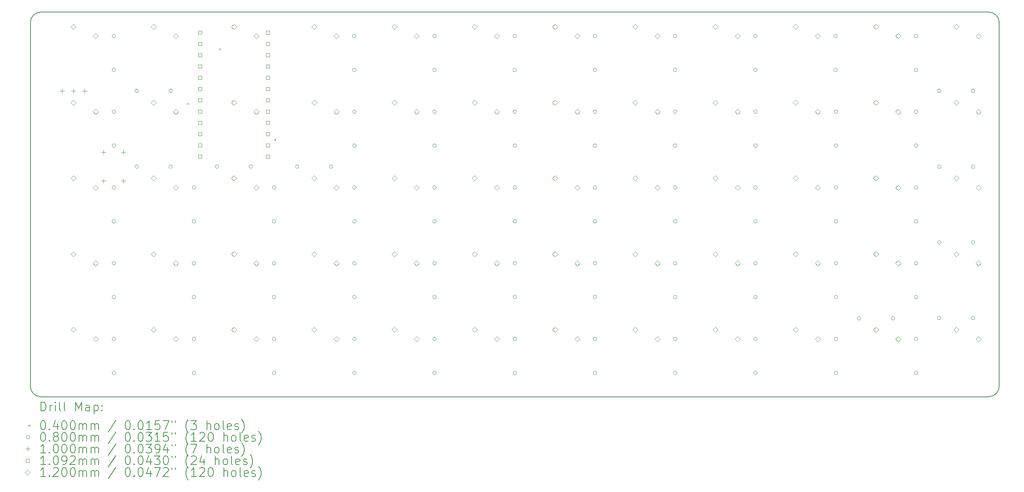
<source format=gbr>
%TF.GenerationSoftware,KiCad,Pcbnew,7.0.1*%
%TF.CreationDate,2023-04-06T14:22:43+02:00*%
%TF.ProjectId,velociraptor,76656c6f-6369-4726-9170-746f722e6b69,rev?*%
%TF.SameCoordinates,Original*%
%TF.FileFunction,Drillmap*%
%TF.FilePolarity,Positive*%
%FSLAX45Y45*%
G04 Gerber Fmt 4.5, Leading zero omitted, Abs format (unit mm)*
G04 Created by KiCad (PCBNEW 7.0.1) date 2023-04-06 14:22:43*
%MOMM*%
%LPD*%
G01*
G04 APERTURE LIST*
%ADD10C,0.150000*%
%ADD11C,0.200000*%
%ADD12C,0.040000*%
%ADD13C,0.080000*%
%ADD14C,0.100000*%
%ADD15C,0.109220*%
%ADD16C,0.120000*%
G04 APERTURE END LIST*
D10*
X3563562Y-2550257D02*
G75*
G03*
X3325437Y-2788380I-2J-238123D01*
G01*
X25124745Y-2788380D02*
G75*
G03*
X24886620Y-2550255I-238125J0D01*
G01*
X3325437Y-10976620D02*
X3325437Y-2788380D01*
X24886620Y-11214745D02*
G75*
G03*
X25124745Y-10976620I0J238125D01*
G01*
X25124745Y-10976620D02*
X25124745Y-2788380D01*
X3563562Y-11214745D02*
X24886620Y-11214745D01*
X3325435Y-10976620D02*
G75*
G03*
X3563562Y-11214745I238125J0D01*
G01*
X3563562Y-2550255D02*
X24886620Y-2550255D01*
D11*
D12*
X6852500Y-4588125D02*
X6892500Y-4628125D01*
X6892500Y-4588125D02*
X6852500Y-4628125D01*
X7575000Y-3362500D02*
X7615000Y-3402500D01*
X7615000Y-3362500D02*
X7575000Y-3402500D01*
X8812500Y-5405000D02*
X8852500Y-5445000D01*
X8852500Y-5405000D02*
X8812500Y-5445000D01*
D13*
X5245000Y-3089000D02*
G75*
G03*
X5245000Y-3089000I-40000J0D01*
G01*
X5245000Y-3851000D02*
G75*
G03*
X5245000Y-3851000I-40000J0D01*
G01*
X5245000Y-4795250D02*
G75*
G03*
X5245000Y-4795250I-40000J0D01*
G01*
X5245000Y-5557250D02*
G75*
G03*
X5245000Y-5557250I-40000J0D01*
G01*
X5245000Y-6501500D02*
G75*
G03*
X5245000Y-6501500I-40000J0D01*
G01*
X5245000Y-7263500D02*
G75*
G03*
X5245000Y-7263500I-40000J0D01*
G01*
X5245000Y-8207750D02*
G75*
G03*
X5245000Y-8207750I-40000J0D01*
G01*
X5245000Y-8969750D02*
G75*
G03*
X5245000Y-8969750I-40000J0D01*
G01*
X5245000Y-9914000D02*
G75*
G03*
X5245000Y-9914000I-40000J0D01*
G01*
X5245000Y-10676000D02*
G75*
G03*
X5245000Y-10676000I-40000J0D01*
G01*
X5759620Y-4323000D02*
G75*
G03*
X5759620Y-4323000I-40000J0D01*
G01*
X5759620Y-6030000D02*
G75*
G03*
X5759620Y-6030000I-40000J0D01*
G01*
X6521620Y-4323000D02*
G75*
G03*
X6521620Y-4323000I-40000J0D01*
G01*
X6521620Y-6030000D02*
G75*
G03*
X6521620Y-6030000I-40000J0D01*
G01*
X7046058Y-6501500D02*
G75*
G03*
X7046058Y-6501500I-40000J0D01*
G01*
X7046058Y-7263500D02*
G75*
G03*
X7046058Y-7263500I-40000J0D01*
G01*
X7046058Y-8207750D02*
G75*
G03*
X7046058Y-8207750I-40000J0D01*
G01*
X7046058Y-8969750D02*
G75*
G03*
X7046058Y-8969750I-40000J0D01*
G01*
X7046058Y-9914000D02*
G75*
G03*
X7046058Y-9914000I-40000J0D01*
G01*
X7046058Y-10676000D02*
G75*
G03*
X7046058Y-10676000I-40000J0D01*
G01*
X7565058Y-6030000D02*
G75*
G03*
X7565058Y-6030000I-40000J0D01*
G01*
X8327058Y-6030000D02*
G75*
G03*
X8327058Y-6030000I-40000J0D01*
G01*
X8850000Y-6501500D02*
G75*
G03*
X8850000Y-6501500I-40000J0D01*
G01*
X8850000Y-7263500D02*
G75*
G03*
X8850000Y-7263500I-40000J0D01*
G01*
X8850000Y-8207750D02*
G75*
G03*
X8850000Y-8207750I-40000J0D01*
G01*
X8850000Y-8969750D02*
G75*
G03*
X8850000Y-8969750I-40000J0D01*
G01*
X8850000Y-9914000D02*
G75*
G03*
X8850000Y-9914000I-40000J0D01*
G01*
X8850000Y-10676000D02*
G75*
G03*
X8850000Y-10676000I-40000J0D01*
G01*
X9370496Y-6030000D02*
G75*
G03*
X9370496Y-6030000I-40000J0D01*
G01*
X10132496Y-6030000D02*
G75*
G03*
X10132496Y-6030000I-40000J0D01*
G01*
X10652500Y-3089000D02*
G75*
G03*
X10652500Y-3089000I-40000J0D01*
G01*
X10652500Y-3851000D02*
G75*
G03*
X10652500Y-3851000I-40000J0D01*
G01*
X10656934Y-4795250D02*
G75*
G03*
X10656934Y-4795250I-40000J0D01*
G01*
X10656934Y-5557250D02*
G75*
G03*
X10656934Y-5557250I-40000J0D01*
G01*
X10656934Y-6501500D02*
G75*
G03*
X10656934Y-6501500I-40000J0D01*
G01*
X10656934Y-7263500D02*
G75*
G03*
X10656934Y-7263500I-40000J0D01*
G01*
X10656934Y-8207750D02*
G75*
G03*
X10656934Y-8207750I-40000J0D01*
G01*
X10656934Y-8969750D02*
G75*
G03*
X10656934Y-8969750I-40000J0D01*
G01*
X10656934Y-9914000D02*
G75*
G03*
X10656934Y-9914000I-40000J0D01*
G01*
X10656934Y-10676000D02*
G75*
G03*
X10656934Y-10676000I-40000J0D01*
G01*
X12459434Y-3089000D02*
G75*
G03*
X12459434Y-3089000I-40000J0D01*
G01*
X12459434Y-3851000D02*
G75*
G03*
X12459434Y-3851000I-40000J0D01*
G01*
X12460000Y-4795250D02*
G75*
G03*
X12460000Y-4795250I-40000J0D01*
G01*
X12460000Y-5557250D02*
G75*
G03*
X12460000Y-5557250I-40000J0D01*
G01*
X12460000Y-6501500D02*
G75*
G03*
X12460000Y-6501500I-40000J0D01*
G01*
X12460000Y-7263500D02*
G75*
G03*
X12460000Y-7263500I-40000J0D01*
G01*
X12460000Y-8207750D02*
G75*
G03*
X12460000Y-8207750I-40000J0D01*
G01*
X12460000Y-8969750D02*
G75*
G03*
X12460000Y-8969750I-40000J0D01*
G01*
X12460000Y-9914000D02*
G75*
G03*
X12460000Y-9914000I-40000J0D01*
G01*
X12460000Y-10676000D02*
G75*
G03*
X12460000Y-10676000I-40000J0D01*
G01*
X14262500Y-3089000D02*
G75*
G03*
X14262500Y-3089000I-40000J0D01*
G01*
X14262500Y-3851000D02*
G75*
G03*
X14262500Y-3851000I-40000J0D01*
G01*
X14265000Y-4795250D02*
G75*
G03*
X14265000Y-4795250I-40000J0D01*
G01*
X14265000Y-5557250D02*
G75*
G03*
X14265000Y-5557250I-40000J0D01*
G01*
X14265000Y-6501500D02*
G75*
G03*
X14265000Y-6501500I-40000J0D01*
G01*
X14265000Y-7263500D02*
G75*
G03*
X14265000Y-7263500I-40000J0D01*
G01*
X14265000Y-8207750D02*
G75*
G03*
X14265000Y-8207750I-40000J0D01*
G01*
X14265000Y-8969750D02*
G75*
G03*
X14265000Y-8969750I-40000J0D01*
G01*
X14265000Y-9914000D02*
G75*
G03*
X14265000Y-9914000I-40000J0D01*
G01*
X14265000Y-10676000D02*
G75*
G03*
X14265000Y-10676000I-40000J0D01*
G01*
X16067500Y-3089000D02*
G75*
G03*
X16067500Y-3089000I-40000J0D01*
G01*
X16067500Y-3851000D02*
G75*
G03*
X16067500Y-3851000I-40000J0D01*
G01*
X16070000Y-4795250D02*
G75*
G03*
X16070000Y-4795250I-40000J0D01*
G01*
X16070000Y-5557250D02*
G75*
G03*
X16070000Y-5557250I-40000J0D01*
G01*
X16070000Y-6501500D02*
G75*
G03*
X16070000Y-6501500I-40000J0D01*
G01*
X16070000Y-7263500D02*
G75*
G03*
X16070000Y-7263500I-40000J0D01*
G01*
X16070000Y-8207750D02*
G75*
G03*
X16070000Y-8207750I-40000J0D01*
G01*
X16070000Y-8969750D02*
G75*
G03*
X16070000Y-8969750I-40000J0D01*
G01*
X16070000Y-9914000D02*
G75*
G03*
X16070000Y-9914000I-40000J0D01*
G01*
X16070000Y-10676000D02*
G75*
G03*
X16070000Y-10676000I-40000J0D01*
G01*
X17872500Y-3089000D02*
G75*
G03*
X17872500Y-3089000I-40000J0D01*
G01*
X17872500Y-3851000D02*
G75*
G03*
X17872500Y-3851000I-40000J0D01*
G01*
X17875000Y-4795250D02*
G75*
G03*
X17875000Y-4795250I-40000J0D01*
G01*
X17875000Y-5557250D02*
G75*
G03*
X17875000Y-5557250I-40000J0D01*
G01*
X17875000Y-6501500D02*
G75*
G03*
X17875000Y-6501500I-40000J0D01*
G01*
X17875000Y-7263500D02*
G75*
G03*
X17875000Y-7263500I-40000J0D01*
G01*
X17875000Y-8207750D02*
G75*
G03*
X17875000Y-8207750I-40000J0D01*
G01*
X17875000Y-8969750D02*
G75*
G03*
X17875000Y-8969750I-40000J0D01*
G01*
X17875000Y-9914000D02*
G75*
G03*
X17875000Y-9914000I-40000J0D01*
G01*
X17875000Y-10676000D02*
G75*
G03*
X17875000Y-10676000I-40000J0D01*
G01*
X19677500Y-3089000D02*
G75*
G03*
X19677500Y-3089000I-40000J0D01*
G01*
X19677500Y-3851000D02*
G75*
G03*
X19677500Y-3851000I-40000J0D01*
G01*
X19680000Y-4795250D02*
G75*
G03*
X19680000Y-4795250I-40000J0D01*
G01*
X19680000Y-5557250D02*
G75*
G03*
X19680000Y-5557250I-40000J0D01*
G01*
X19680000Y-6501500D02*
G75*
G03*
X19680000Y-6501500I-40000J0D01*
G01*
X19680000Y-7263500D02*
G75*
G03*
X19680000Y-7263500I-40000J0D01*
G01*
X19680000Y-8207750D02*
G75*
G03*
X19680000Y-8207750I-40000J0D01*
G01*
X19680000Y-8969750D02*
G75*
G03*
X19680000Y-8969750I-40000J0D01*
G01*
X19680000Y-9914000D02*
G75*
G03*
X19680000Y-9914000I-40000J0D01*
G01*
X19680000Y-10676000D02*
G75*
G03*
X19680000Y-10676000I-40000J0D01*
G01*
X21482500Y-3089000D02*
G75*
G03*
X21482500Y-3089000I-40000J0D01*
G01*
X21482500Y-3851000D02*
G75*
G03*
X21482500Y-3851000I-40000J0D01*
G01*
X21490000Y-4795250D02*
G75*
G03*
X21490000Y-4795250I-40000J0D01*
G01*
X21490000Y-5557250D02*
G75*
G03*
X21490000Y-5557250I-40000J0D01*
G01*
X21490000Y-6501500D02*
G75*
G03*
X21490000Y-6501500I-40000J0D01*
G01*
X21490000Y-7263500D02*
G75*
G03*
X21490000Y-7263500I-40000J0D01*
G01*
X21490000Y-8207750D02*
G75*
G03*
X21490000Y-8207750I-40000J0D01*
G01*
X21490000Y-8969750D02*
G75*
G03*
X21490000Y-8969750I-40000J0D01*
G01*
X21490000Y-9914000D02*
G75*
G03*
X21490000Y-9914000I-40000J0D01*
G01*
X21490000Y-10676000D02*
G75*
G03*
X21490000Y-10676000I-40000J0D01*
G01*
X22008562Y-9447500D02*
G75*
G03*
X22008562Y-9447500I-40000J0D01*
G01*
X22770562Y-9447500D02*
G75*
G03*
X22770562Y-9447500I-40000J0D01*
G01*
X23292500Y-3089000D02*
G75*
G03*
X23292500Y-3089000I-40000J0D01*
G01*
X23292500Y-3851000D02*
G75*
G03*
X23292500Y-3851000I-40000J0D01*
G01*
X23295000Y-4795250D02*
G75*
G03*
X23295000Y-4795250I-40000J0D01*
G01*
X23295000Y-5557250D02*
G75*
G03*
X23295000Y-5557250I-40000J0D01*
G01*
X23295000Y-6501500D02*
G75*
G03*
X23295000Y-6501500I-40000J0D01*
G01*
X23295000Y-7263500D02*
G75*
G03*
X23295000Y-7263500I-40000J0D01*
G01*
X23295000Y-8207750D02*
G75*
G03*
X23295000Y-8207750I-40000J0D01*
G01*
X23295000Y-8969750D02*
G75*
G03*
X23295000Y-8969750I-40000J0D01*
G01*
X23295000Y-9914000D02*
G75*
G03*
X23295000Y-9914000I-40000J0D01*
G01*
X23295000Y-10676000D02*
G75*
G03*
X23295000Y-10676000I-40000J0D01*
G01*
X23814000Y-4322500D02*
G75*
G03*
X23814000Y-4322500I-40000J0D01*
G01*
X23814000Y-6032500D02*
G75*
G03*
X23814000Y-6032500I-40000J0D01*
G01*
X23814000Y-7738750D02*
G75*
G03*
X23814000Y-7738750I-40000J0D01*
G01*
X23814000Y-9442500D02*
G75*
G03*
X23814000Y-9442500I-40000J0D01*
G01*
X24576000Y-4322500D02*
G75*
G03*
X24576000Y-4322500I-40000J0D01*
G01*
X24576000Y-6032500D02*
G75*
G03*
X24576000Y-6032500I-40000J0D01*
G01*
X24576000Y-7738750D02*
G75*
G03*
X24576000Y-7738750I-40000J0D01*
G01*
X24576000Y-9442500D02*
G75*
G03*
X24576000Y-9442500I-40000J0D01*
G01*
D14*
X4039682Y-4275000D02*
X4039682Y-4375000D01*
X3989682Y-4325000D02*
X4089682Y-4325000D01*
X4293682Y-4275000D02*
X4293682Y-4375000D01*
X4243682Y-4325000D02*
X4343682Y-4325000D01*
X4547682Y-4275000D02*
X4547682Y-4375000D01*
X4497682Y-4325000D02*
X4597682Y-4325000D01*
X4972901Y-5654375D02*
X4972901Y-5754375D01*
X4922901Y-5704375D02*
X5022901Y-5704375D01*
X4972901Y-6304375D02*
X4972901Y-6404375D01*
X4922901Y-6354375D02*
X5022901Y-6354375D01*
X5422901Y-5654375D02*
X5422901Y-5754375D01*
X5372901Y-5704375D02*
X5472901Y-5704375D01*
X5422901Y-6304375D02*
X5422901Y-6404375D01*
X5372901Y-6354375D02*
X5472901Y-6354375D01*
D15*
X7182673Y-3050290D02*
X7182673Y-2973059D01*
X7105442Y-2973059D01*
X7105442Y-3050290D01*
X7182673Y-3050290D01*
X7182673Y-3304290D02*
X7182673Y-3227059D01*
X7105442Y-3227059D01*
X7105442Y-3304290D01*
X7182673Y-3304290D01*
X7182673Y-3558290D02*
X7182673Y-3481059D01*
X7105442Y-3481059D01*
X7105442Y-3558290D01*
X7182673Y-3558290D01*
X7182673Y-3812290D02*
X7182673Y-3735059D01*
X7105442Y-3735059D01*
X7105442Y-3812290D01*
X7182673Y-3812290D01*
X7182673Y-4066290D02*
X7182673Y-3989059D01*
X7105442Y-3989059D01*
X7105442Y-4066290D01*
X7182673Y-4066290D01*
X7182673Y-4320291D02*
X7182673Y-4243060D01*
X7105442Y-4243060D01*
X7105442Y-4320291D01*
X7182673Y-4320291D01*
X7182673Y-4574291D02*
X7182673Y-4497060D01*
X7105442Y-4497060D01*
X7105442Y-4574291D01*
X7182673Y-4574291D01*
X7182673Y-4828291D02*
X7182673Y-4751060D01*
X7105442Y-4751060D01*
X7105442Y-4828291D01*
X7182673Y-4828291D01*
X7182673Y-5082291D02*
X7182673Y-5005060D01*
X7105442Y-5005060D01*
X7105442Y-5082291D01*
X7182673Y-5082291D01*
X7182673Y-5336291D02*
X7182673Y-5259060D01*
X7105442Y-5259060D01*
X7105442Y-5336291D01*
X7182673Y-5336291D01*
X7182673Y-5590291D02*
X7182673Y-5513060D01*
X7105442Y-5513060D01*
X7105442Y-5590291D01*
X7182673Y-5590291D01*
X7182673Y-5844290D02*
X7182673Y-5767059D01*
X7105442Y-5767059D01*
X7105442Y-5844290D01*
X7182673Y-5844290D01*
X8706673Y-3050290D02*
X8706673Y-2973059D01*
X8629442Y-2973059D01*
X8629442Y-3050290D01*
X8706673Y-3050290D01*
X8706673Y-3304290D02*
X8706673Y-3227059D01*
X8629442Y-3227059D01*
X8629442Y-3304290D01*
X8706673Y-3304290D01*
X8706673Y-3558290D02*
X8706673Y-3481059D01*
X8629442Y-3481059D01*
X8629442Y-3558290D01*
X8706673Y-3558290D01*
X8706673Y-3812290D02*
X8706673Y-3735059D01*
X8629442Y-3735059D01*
X8629442Y-3812290D01*
X8706673Y-3812290D01*
X8706673Y-4066290D02*
X8706673Y-3989059D01*
X8629442Y-3989059D01*
X8629442Y-4066290D01*
X8706673Y-4066290D01*
X8706673Y-4320291D02*
X8706673Y-4243060D01*
X8629442Y-4243060D01*
X8629442Y-4320291D01*
X8706673Y-4320291D01*
X8706673Y-4574291D02*
X8706673Y-4497060D01*
X8629442Y-4497060D01*
X8629442Y-4574291D01*
X8706673Y-4574291D01*
X8706673Y-4828291D02*
X8706673Y-4751060D01*
X8629442Y-4751060D01*
X8629442Y-4828291D01*
X8706673Y-4828291D01*
X8706673Y-5082291D02*
X8706673Y-5005060D01*
X8629442Y-5005060D01*
X8629442Y-5082291D01*
X8706673Y-5082291D01*
X8706673Y-5336291D02*
X8706673Y-5259060D01*
X8629442Y-5259060D01*
X8629442Y-5336291D01*
X8706673Y-5336291D01*
X8706673Y-5590291D02*
X8706673Y-5513060D01*
X8629442Y-5513060D01*
X8629442Y-5590291D01*
X8706673Y-5590291D01*
X8706673Y-5844290D02*
X8706673Y-5767059D01*
X8629442Y-5767059D01*
X8629442Y-5844290D01*
X8706673Y-5844290D01*
D16*
X4295182Y-2940000D02*
X4355182Y-2880000D01*
X4295182Y-2820000D01*
X4235182Y-2880000D01*
X4295182Y-2940000D01*
X4295182Y-4646250D02*
X4355182Y-4586250D01*
X4295182Y-4526250D01*
X4235182Y-4586250D01*
X4295182Y-4646250D01*
X4295182Y-6352500D02*
X4355182Y-6292500D01*
X4295182Y-6232500D01*
X4235182Y-6292500D01*
X4295182Y-6352500D01*
X4295182Y-8058750D02*
X4355182Y-7998750D01*
X4295182Y-7938750D01*
X4235182Y-7998750D01*
X4295182Y-8058750D01*
X4295182Y-9765000D02*
X4355182Y-9705000D01*
X4295182Y-9645000D01*
X4235182Y-9705000D01*
X4295182Y-9765000D01*
X4795182Y-3150000D02*
X4855182Y-3090000D01*
X4795182Y-3030000D01*
X4735182Y-3090000D01*
X4795182Y-3150000D01*
X4795182Y-4856250D02*
X4855182Y-4796250D01*
X4795182Y-4736250D01*
X4735182Y-4796250D01*
X4795182Y-4856250D01*
X4795182Y-6562500D02*
X4855182Y-6502500D01*
X4795182Y-6442500D01*
X4735182Y-6502500D01*
X4795182Y-6562500D01*
X4795182Y-8268750D02*
X4855182Y-8208750D01*
X4795182Y-8148750D01*
X4735182Y-8208750D01*
X4795182Y-8268750D01*
X4795182Y-9975000D02*
X4855182Y-9915000D01*
X4795182Y-9855000D01*
X4735182Y-9915000D01*
X4795182Y-9975000D01*
X6100620Y-2940000D02*
X6160620Y-2880000D01*
X6100620Y-2820000D01*
X6040620Y-2880000D01*
X6100620Y-2940000D01*
X6100620Y-4646250D02*
X6160620Y-4586250D01*
X6100620Y-4526250D01*
X6040620Y-4586250D01*
X6100620Y-4646250D01*
X6100620Y-6352500D02*
X6160620Y-6292500D01*
X6100620Y-6232500D01*
X6040620Y-6292500D01*
X6100620Y-6352500D01*
X6100620Y-8058750D02*
X6160620Y-7998750D01*
X6100620Y-7938750D01*
X6040620Y-7998750D01*
X6100620Y-8058750D01*
X6100620Y-9765000D02*
X6160620Y-9705000D01*
X6100620Y-9645000D01*
X6040620Y-9705000D01*
X6100620Y-9765000D01*
X6600620Y-3150000D02*
X6660620Y-3090000D01*
X6600620Y-3030000D01*
X6540620Y-3090000D01*
X6600620Y-3150000D01*
X6600620Y-4856250D02*
X6660620Y-4796250D01*
X6600620Y-4736250D01*
X6540620Y-4796250D01*
X6600620Y-4856250D01*
X6600620Y-6562500D02*
X6660620Y-6502500D01*
X6600620Y-6442500D01*
X6540620Y-6502500D01*
X6600620Y-6562500D01*
X6600620Y-8268750D02*
X6660620Y-8208750D01*
X6600620Y-8148750D01*
X6540620Y-8208750D01*
X6600620Y-8268750D01*
X6600620Y-9975000D02*
X6660620Y-9915000D01*
X6600620Y-9855000D01*
X6540620Y-9915000D01*
X6600620Y-9975000D01*
X7906058Y-2940000D02*
X7966058Y-2880000D01*
X7906058Y-2820000D01*
X7846058Y-2880000D01*
X7906058Y-2940000D01*
X7906058Y-4646250D02*
X7966058Y-4586250D01*
X7906058Y-4526250D01*
X7846058Y-4586250D01*
X7906058Y-4646250D01*
X7906058Y-6352500D02*
X7966058Y-6292500D01*
X7906058Y-6232500D01*
X7846058Y-6292500D01*
X7906058Y-6352500D01*
X7906058Y-8058750D02*
X7966058Y-7998750D01*
X7906058Y-7938750D01*
X7846058Y-7998750D01*
X7906058Y-8058750D01*
X7906058Y-9765000D02*
X7966058Y-9705000D01*
X7906058Y-9645000D01*
X7846058Y-9705000D01*
X7906058Y-9765000D01*
X8406058Y-3150000D02*
X8466058Y-3090000D01*
X8406058Y-3030000D01*
X8346058Y-3090000D01*
X8406058Y-3150000D01*
X8406058Y-4856250D02*
X8466058Y-4796250D01*
X8406058Y-4736250D01*
X8346058Y-4796250D01*
X8406058Y-4856250D01*
X8406058Y-6562500D02*
X8466058Y-6502500D01*
X8406058Y-6442500D01*
X8346058Y-6502500D01*
X8406058Y-6562500D01*
X8406058Y-8268750D02*
X8466058Y-8208750D01*
X8406058Y-8148750D01*
X8346058Y-8208750D01*
X8406058Y-8268750D01*
X8406058Y-9975000D02*
X8466058Y-9915000D01*
X8406058Y-9855000D01*
X8346058Y-9915000D01*
X8406058Y-9975000D01*
X9711496Y-2940000D02*
X9771496Y-2880000D01*
X9711496Y-2820000D01*
X9651496Y-2880000D01*
X9711496Y-2940000D01*
X9711496Y-4646250D02*
X9771496Y-4586250D01*
X9711496Y-4526250D01*
X9651496Y-4586250D01*
X9711496Y-4646250D01*
X9711496Y-6352500D02*
X9771496Y-6292500D01*
X9711496Y-6232500D01*
X9651496Y-6292500D01*
X9711496Y-6352500D01*
X9711496Y-8058750D02*
X9771496Y-7998750D01*
X9711496Y-7938750D01*
X9651496Y-7998750D01*
X9711496Y-8058750D01*
X9711496Y-9765000D02*
X9771496Y-9705000D01*
X9711496Y-9645000D01*
X9651496Y-9705000D01*
X9711496Y-9765000D01*
X10211496Y-3150000D02*
X10271496Y-3090000D01*
X10211496Y-3030000D01*
X10151496Y-3090000D01*
X10211496Y-3150000D01*
X10211496Y-4856250D02*
X10271496Y-4796250D01*
X10211496Y-4736250D01*
X10151496Y-4796250D01*
X10211496Y-4856250D01*
X10211496Y-6562500D02*
X10271496Y-6502500D01*
X10211496Y-6442500D01*
X10151496Y-6502500D01*
X10211496Y-6562500D01*
X10211496Y-8268750D02*
X10271496Y-8208750D01*
X10211496Y-8148750D01*
X10151496Y-8208750D01*
X10211496Y-8268750D01*
X10211496Y-9975000D02*
X10271496Y-9915000D01*
X10211496Y-9855000D01*
X10151496Y-9915000D01*
X10211496Y-9975000D01*
X11516934Y-2940000D02*
X11576934Y-2880000D01*
X11516934Y-2820000D01*
X11456934Y-2880000D01*
X11516934Y-2940000D01*
X11516934Y-4646250D02*
X11576934Y-4586250D01*
X11516934Y-4526250D01*
X11456934Y-4586250D01*
X11516934Y-4646250D01*
X11516934Y-6352500D02*
X11576934Y-6292500D01*
X11516934Y-6232500D01*
X11456934Y-6292500D01*
X11516934Y-6352500D01*
X11516934Y-8058750D02*
X11576934Y-7998750D01*
X11516934Y-7938750D01*
X11456934Y-7998750D01*
X11516934Y-8058750D01*
X11516934Y-9765000D02*
X11576934Y-9705000D01*
X11516934Y-9645000D01*
X11456934Y-9705000D01*
X11516934Y-9765000D01*
X12016934Y-3150000D02*
X12076934Y-3090000D01*
X12016934Y-3030000D01*
X11956934Y-3090000D01*
X12016934Y-3150000D01*
X12016934Y-4856250D02*
X12076934Y-4796250D01*
X12016934Y-4736250D01*
X11956934Y-4796250D01*
X12016934Y-4856250D01*
X12016934Y-6562500D02*
X12076934Y-6502500D01*
X12016934Y-6442500D01*
X11956934Y-6502500D01*
X12016934Y-6562500D01*
X12016934Y-8268750D02*
X12076934Y-8208750D01*
X12016934Y-8148750D01*
X11956934Y-8208750D01*
X12016934Y-8268750D01*
X12016934Y-9975000D02*
X12076934Y-9915000D01*
X12016934Y-9855000D01*
X11956934Y-9915000D01*
X12016934Y-9975000D01*
X13322372Y-2940000D02*
X13382372Y-2880000D01*
X13322372Y-2820000D01*
X13262372Y-2880000D01*
X13322372Y-2940000D01*
X13322372Y-4646250D02*
X13382372Y-4586250D01*
X13322372Y-4526250D01*
X13262372Y-4586250D01*
X13322372Y-4646250D01*
X13322372Y-6352500D02*
X13382372Y-6292500D01*
X13322372Y-6232500D01*
X13262372Y-6292500D01*
X13322372Y-6352500D01*
X13322372Y-8058750D02*
X13382372Y-7998750D01*
X13322372Y-7938750D01*
X13262372Y-7998750D01*
X13322372Y-8058750D01*
X13322372Y-9765000D02*
X13382372Y-9705000D01*
X13322372Y-9645000D01*
X13262372Y-9705000D01*
X13322372Y-9765000D01*
X13822372Y-3150000D02*
X13882372Y-3090000D01*
X13822372Y-3030000D01*
X13762372Y-3090000D01*
X13822372Y-3150000D01*
X13822372Y-4856250D02*
X13882372Y-4796250D01*
X13822372Y-4736250D01*
X13762372Y-4796250D01*
X13822372Y-4856250D01*
X13822372Y-6562500D02*
X13882372Y-6502500D01*
X13822372Y-6442500D01*
X13762372Y-6502500D01*
X13822372Y-6562500D01*
X13822372Y-8268750D02*
X13882372Y-8208750D01*
X13822372Y-8148750D01*
X13762372Y-8208750D01*
X13822372Y-8268750D01*
X13822372Y-9975000D02*
X13882372Y-9915000D01*
X13822372Y-9855000D01*
X13762372Y-9915000D01*
X13822372Y-9975000D01*
X15127810Y-2940000D02*
X15187810Y-2880000D01*
X15127810Y-2820000D01*
X15067810Y-2880000D01*
X15127810Y-2940000D01*
X15127810Y-4646250D02*
X15187810Y-4586250D01*
X15127810Y-4526250D01*
X15067810Y-4586250D01*
X15127810Y-4646250D01*
X15127810Y-6352500D02*
X15187810Y-6292500D01*
X15127810Y-6232500D01*
X15067810Y-6292500D01*
X15127810Y-6352500D01*
X15127810Y-8058750D02*
X15187810Y-7998750D01*
X15127810Y-7938750D01*
X15067810Y-7998750D01*
X15127810Y-8058750D01*
X15127810Y-9765000D02*
X15187810Y-9705000D01*
X15127810Y-9645000D01*
X15067810Y-9705000D01*
X15127810Y-9765000D01*
X15627810Y-3150000D02*
X15687810Y-3090000D01*
X15627810Y-3030000D01*
X15567810Y-3090000D01*
X15627810Y-3150000D01*
X15627810Y-4856250D02*
X15687810Y-4796250D01*
X15627810Y-4736250D01*
X15567810Y-4796250D01*
X15627810Y-4856250D01*
X15627810Y-6562500D02*
X15687810Y-6502500D01*
X15627810Y-6442500D01*
X15567810Y-6502500D01*
X15627810Y-6562500D01*
X15627810Y-8268750D02*
X15687810Y-8208750D01*
X15627810Y-8148750D01*
X15567810Y-8208750D01*
X15627810Y-8268750D01*
X15627810Y-9975000D02*
X15687810Y-9915000D01*
X15627810Y-9855000D01*
X15567810Y-9915000D01*
X15627810Y-9975000D01*
X16933248Y-2940000D02*
X16993248Y-2880000D01*
X16933248Y-2820000D01*
X16873248Y-2880000D01*
X16933248Y-2940000D01*
X16933248Y-4646250D02*
X16993248Y-4586250D01*
X16933248Y-4526250D01*
X16873248Y-4586250D01*
X16933248Y-4646250D01*
X16933248Y-6352500D02*
X16993248Y-6292500D01*
X16933248Y-6232500D01*
X16873248Y-6292500D01*
X16933248Y-6352500D01*
X16933248Y-8058750D02*
X16993248Y-7998750D01*
X16933248Y-7938750D01*
X16873248Y-7998750D01*
X16933248Y-8058750D01*
X16933248Y-9765000D02*
X16993248Y-9705000D01*
X16933248Y-9645000D01*
X16873248Y-9705000D01*
X16933248Y-9765000D01*
X17433248Y-3150000D02*
X17493248Y-3090000D01*
X17433248Y-3030000D01*
X17373248Y-3090000D01*
X17433248Y-3150000D01*
X17433248Y-4856250D02*
X17493248Y-4796250D01*
X17433248Y-4736250D01*
X17373248Y-4796250D01*
X17433248Y-4856250D01*
X17433248Y-6562500D02*
X17493248Y-6502500D01*
X17433248Y-6442500D01*
X17373248Y-6502500D01*
X17433248Y-6562500D01*
X17433248Y-8268750D02*
X17493248Y-8208750D01*
X17433248Y-8148750D01*
X17373248Y-8208750D01*
X17433248Y-8268750D01*
X17433248Y-9975000D02*
X17493248Y-9915000D01*
X17433248Y-9855000D01*
X17373248Y-9915000D01*
X17433248Y-9975000D01*
X18738686Y-2940000D02*
X18798686Y-2880000D01*
X18738686Y-2820000D01*
X18678686Y-2880000D01*
X18738686Y-2940000D01*
X18738686Y-4646250D02*
X18798686Y-4586250D01*
X18738686Y-4526250D01*
X18678686Y-4586250D01*
X18738686Y-4646250D01*
X18738686Y-6352500D02*
X18798686Y-6292500D01*
X18738686Y-6232500D01*
X18678686Y-6292500D01*
X18738686Y-6352500D01*
X18738686Y-8058750D02*
X18798686Y-7998750D01*
X18738686Y-7938750D01*
X18678686Y-7998750D01*
X18738686Y-8058750D01*
X18738686Y-9765000D02*
X18798686Y-9705000D01*
X18738686Y-9645000D01*
X18678686Y-9705000D01*
X18738686Y-9765000D01*
X19238686Y-3150000D02*
X19298686Y-3090000D01*
X19238686Y-3030000D01*
X19178686Y-3090000D01*
X19238686Y-3150000D01*
X19238686Y-4856250D02*
X19298686Y-4796250D01*
X19238686Y-4736250D01*
X19178686Y-4796250D01*
X19238686Y-4856250D01*
X19238686Y-6562500D02*
X19298686Y-6502500D01*
X19238686Y-6442500D01*
X19178686Y-6502500D01*
X19238686Y-6562500D01*
X19238686Y-8268750D02*
X19298686Y-8208750D01*
X19238686Y-8148750D01*
X19178686Y-8208750D01*
X19238686Y-8268750D01*
X19238686Y-9975000D02*
X19298686Y-9915000D01*
X19238686Y-9855000D01*
X19178686Y-9915000D01*
X19238686Y-9975000D01*
X20544124Y-2940000D02*
X20604124Y-2880000D01*
X20544124Y-2820000D01*
X20484124Y-2880000D01*
X20544124Y-2940000D01*
X20544124Y-4646250D02*
X20604124Y-4586250D01*
X20544124Y-4526250D01*
X20484124Y-4586250D01*
X20544124Y-4646250D01*
X20544124Y-6352500D02*
X20604124Y-6292500D01*
X20544124Y-6232500D01*
X20484124Y-6292500D01*
X20544124Y-6352500D01*
X20544124Y-8058750D02*
X20604124Y-7998750D01*
X20544124Y-7938750D01*
X20484124Y-7998750D01*
X20544124Y-8058750D01*
X20544124Y-9765000D02*
X20604124Y-9705000D01*
X20544124Y-9645000D01*
X20484124Y-9705000D01*
X20544124Y-9765000D01*
X21044124Y-3150000D02*
X21104124Y-3090000D01*
X21044124Y-3030000D01*
X20984124Y-3090000D01*
X21044124Y-3150000D01*
X21044124Y-4856250D02*
X21104124Y-4796250D01*
X21044124Y-4736250D01*
X20984124Y-4796250D01*
X21044124Y-4856250D01*
X21044124Y-6562500D02*
X21104124Y-6502500D01*
X21044124Y-6442500D01*
X20984124Y-6502500D01*
X21044124Y-6562500D01*
X21044124Y-8268750D02*
X21104124Y-8208750D01*
X21044124Y-8148750D01*
X20984124Y-8208750D01*
X21044124Y-8268750D01*
X21044124Y-9975000D02*
X21104124Y-9915000D01*
X21044124Y-9855000D01*
X20984124Y-9915000D01*
X21044124Y-9975000D01*
X22349562Y-2940000D02*
X22409562Y-2880000D01*
X22349562Y-2820000D01*
X22289562Y-2880000D01*
X22349562Y-2940000D01*
X22349562Y-4646250D02*
X22409562Y-4586250D01*
X22349562Y-4526250D01*
X22289562Y-4586250D01*
X22349562Y-4646250D01*
X22349562Y-6352500D02*
X22409562Y-6292500D01*
X22349562Y-6232500D01*
X22289562Y-6292500D01*
X22349562Y-6352500D01*
X22349562Y-8058750D02*
X22409562Y-7998750D01*
X22349562Y-7938750D01*
X22289562Y-7998750D01*
X22349562Y-8058750D01*
X22349562Y-9765000D02*
X22409562Y-9705000D01*
X22349562Y-9645000D01*
X22289562Y-9705000D01*
X22349562Y-9765000D01*
X22849562Y-3150000D02*
X22909562Y-3090000D01*
X22849562Y-3030000D01*
X22789562Y-3090000D01*
X22849562Y-3150000D01*
X22849562Y-4856250D02*
X22909562Y-4796250D01*
X22849562Y-4736250D01*
X22789562Y-4796250D01*
X22849562Y-4856250D01*
X22849562Y-6562500D02*
X22909562Y-6502500D01*
X22849562Y-6442500D01*
X22789562Y-6502500D01*
X22849562Y-6562500D01*
X22849562Y-8268750D02*
X22909562Y-8208750D01*
X22849562Y-8148750D01*
X22789562Y-8208750D01*
X22849562Y-8268750D01*
X22849562Y-9975000D02*
X22909562Y-9915000D01*
X22849562Y-9855000D01*
X22789562Y-9915000D01*
X22849562Y-9975000D01*
X24155000Y-2940000D02*
X24215000Y-2880000D01*
X24155000Y-2820000D01*
X24095000Y-2880000D01*
X24155000Y-2940000D01*
X24155000Y-4646250D02*
X24215000Y-4586250D01*
X24155000Y-4526250D01*
X24095000Y-4586250D01*
X24155000Y-4646250D01*
X24155000Y-6352500D02*
X24215000Y-6292500D01*
X24155000Y-6232500D01*
X24095000Y-6292500D01*
X24155000Y-6352500D01*
X24155000Y-8058750D02*
X24215000Y-7998750D01*
X24155000Y-7938750D01*
X24095000Y-7998750D01*
X24155000Y-8058750D01*
X24155000Y-9765000D02*
X24215000Y-9705000D01*
X24155000Y-9645000D01*
X24095000Y-9705000D01*
X24155000Y-9765000D01*
X24655000Y-3150000D02*
X24715000Y-3090000D01*
X24655000Y-3030000D01*
X24595000Y-3090000D01*
X24655000Y-3150000D01*
X24655000Y-4856250D02*
X24715000Y-4796250D01*
X24655000Y-4736250D01*
X24595000Y-4796250D01*
X24655000Y-4856250D01*
X24655000Y-6562500D02*
X24715000Y-6502500D01*
X24655000Y-6442500D01*
X24595000Y-6502500D01*
X24655000Y-6562500D01*
X24655000Y-8268750D02*
X24715000Y-8208750D01*
X24655000Y-8148750D01*
X24595000Y-8208750D01*
X24655000Y-8268750D01*
X24655000Y-9975000D02*
X24715000Y-9915000D01*
X24655000Y-9855000D01*
X24595000Y-9915000D01*
X24655000Y-9975000D01*
D11*
X3565556Y-11534769D02*
X3565556Y-11334769D01*
X3565556Y-11334769D02*
X3613175Y-11334769D01*
X3613175Y-11334769D02*
X3641746Y-11344293D01*
X3641746Y-11344293D02*
X3660794Y-11363340D01*
X3660794Y-11363340D02*
X3670317Y-11382388D01*
X3670317Y-11382388D02*
X3679841Y-11420483D01*
X3679841Y-11420483D02*
X3679841Y-11449055D01*
X3679841Y-11449055D02*
X3670317Y-11487150D01*
X3670317Y-11487150D02*
X3660794Y-11506198D01*
X3660794Y-11506198D02*
X3641746Y-11525245D01*
X3641746Y-11525245D02*
X3613175Y-11534769D01*
X3613175Y-11534769D02*
X3565556Y-11534769D01*
X3765556Y-11534769D02*
X3765556Y-11401436D01*
X3765556Y-11439531D02*
X3775079Y-11420483D01*
X3775079Y-11420483D02*
X3784603Y-11410959D01*
X3784603Y-11410959D02*
X3803651Y-11401436D01*
X3803651Y-11401436D02*
X3822698Y-11401436D01*
X3889365Y-11534769D02*
X3889365Y-11401436D01*
X3889365Y-11334769D02*
X3879841Y-11344293D01*
X3879841Y-11344293D02*
X3889365Y-11353817D01*
X3889365Y-11353817D02*
X3898889Y-11344293D01*
X3898889Y-11344293D02*
X3889365Y-11334769D01*
X3889365Y-11334769D02*
X3889365Y-11353817D01*
X4013175Y-11534769D02*
X3994127Y-11525245D01*
X3994127Y-11525245D02*
X3984603Y-11506198D01*
X3984603Y-11506198D02*
X3984603Y-11334769D01*
X4117936Y-11534769D02*
X4098889Y-11525245D01*
X4098889Y-11525245D02*
X4089365Y-11506198D01*
X4089365Y-11506198D02*
X4089365Y-11334769D01*
X4346508Y-11534769D02*
X4346508Y-11334769D01*
X4346508Y-11334769D02*
X4413175Y-11477626D01*
X4413175Y-11477626D02*
X4479841Y-11334769D01*
X4479841Y-11334769D02*
X4479841Y-11534769D01*
X4660794Y-11534769D02*
X4660794Y-11430007D01*
X4660794Y-11430007D02*
X4651270Y-11410959D01*
X4651270Y-11410959D02*
X4632222Y-11401436D01*
X4632222Y-11401436D02*
X4594127Y-11401436D01*
X4594127Y-11401436D02*
X4575079Y-11410959D01*
X4660794Y-11525245D02*
X4641746Y-11534769D01*
X4641746Y-11534769D02*
X4594127Y-11534769D01*
X4594127Y-11534769D02*
X4575079Y-11525245D01*
X4575079Y-11525245D02*
X4565556Y-11506198D01*
X4565556Y-11506198D02*
X4565556Y-11487150D01*
X4565556Y-11487150D02*
X4575079Y-11468102D01*
X4575079Y-11468102D02*
X4594127Y-11458579D01*
X4594127Y-11458579D02*
X4641746Y-11458579D01*
X4641746Y-11458579D02*
X4660794Y-11449055D01*
X4756032Y-11401436D02*
X4756032Y-11601436D01*
X4756032Y-11410959D02*
X4775079Y-11401436D01*
X4775079Y-11401436D02*
X4813175Y-11401436D01*
X4813175Y-11401436D02*
X4832222Y-11410959D01*
X4832222Y-11410959D02*
X4841746Y-11420483D01*
X4841746Y-11420483D02*
X4851270Y-11439531D01*
X4851270Y-11439531D02*
X4851270Y-11496674D01*
X4851270Y-11496674D02*
X4841746Y-11515721D01*
X4841746Y-11515721D02*
X4832222Y-11525245D01*
X4832222Y-11525245D02*
X4813175Y-11534769D01*
X4813175Y-11534769D02*
X4775079Y-11534769D01*
X4775079Y-11534769D02*
X4756032Y-11525245D01*
X4936984Y-11515721D02*
X4946508Y-11525245D01*
X4946508Y-11525245D02*
X4936984Y-11534769D01*
X4936984Y-11534769D02*
X4927460Y-11525245D01*
X4927460Y-11525245D02*
X4936984Y-11515721D01*
X4936984Y-11515721D02*
X4936984Y-11534769D01*
X4936984Y-11410959D02*
X4946508Y-11420483D01*
X4946508Y-11420483D02*
X4936984Y-11430007D01*
X4936984Y-11430007D02*
X4927460Y-11420483D01*
X4927460Y-11420483D02*
X4936984Y-11410959D01*
X4936984Y-11410959D02*
X4936984Y-11430007D01*
D12*
X3277937Y-11842245D02*
X3317937Y-11882245D01*
X3317937Y-11842245D02*
X3277937Y-11882245D01*
D11*
X3603651Y-11754769D02*
X3622698Y-11754769D01*
X3622698Y-11754769D02*
X3641746Y-11764293D01*
X3641746Y-11764293D02*
X3651270Y-11773817D01*
X3651270Y-11773817D02*
X3660794Y-11792864D01*
X3660794Y-11792864D02*
X3670317Y-11830959D01*
X3670317Y-11830959D02*
X3670317Y-11878579D01*
X3670317Y-11878579D02*
X3660794Y-11916674D01*
X3660794Y-11916674D02*
X3651270Y-11935721D01*
X3651270Y-11935721D02*
X3641746Y-11945245D01*
X3641746Y-11945245D02*
X3622698Y-11954769D01*
X3622698Y-11954769D02*
X3603651Y-11954769D01*
X3603651Y-11954769D02*
X3584603Y-11945245D01*
X3584603Y-11945245D02*
X3575079Y-11935721D01*
X3575079Y-11935721D02*
X3565556Y-11916674D01*
X3565556Y-11916674D02*
X3556032Y-11878579D01*
X3556032Y-11878579D02*
X3556032Y-11830959D01*
X3556032Y-11830959D02*
X3565556Y-11792864D01*
X3565556Y-11792864D02*
X3575079Y-11773817D01*
X3575079Y-11773817D02*
X3584603Y-11764293D01*
X3584603Y-11764293D02*
X3603651Y-11754769D01*
X3756032Y-11935721D02*
X3765556Y-11945245D01*
X3765556Y-11945245D02*
X3756032Y-11954769D01*
X3756032Y-11954769D02*
X3746508Y-11945245D01*
X3746508Y-11945245D02*
X3756032Y-11935721D01*
X3756032Y-11935721D02*
X3756032Y-11954769D01*
X3936984Y-11821436D02*
X3936984Y-11954769D01*
X3889365Y-11745245D02*
X3841746Y-11888102D01*
X3841746Y-11888102D02*
X3965556Y-11888102D01*
X4079841Y-11754769D02*
X4098889Y-11754769D01*
X4098889Y-11754769D02*
X4117937Y-11764293D01*
X4117937Y-11764293D02*
X4127460Y-11773817D01*
X4127460Y-11773817D02*
X4136984Y-11792864D01*
X4136984Y-11792864D02*
X4146508Y-11830959D01*
X4146508Y-11830959D02*
X4146508Y-11878579D01*
X4146508Y-11878579D02*
X4136984Y-11916674D01*
X4136984Y-11916674D02*
X4127460Y-11935721D01*
X4127460Y-11935721D02*
X4117937Y-11945245D01*
X4117937Y-11945245D02*
X4098889Y-11954769D01*
X4098889Y-11954769D02*
X4079841Y-11954769D01*
X4079841Y-11954769D02*
X4060794Y-11945245D01*
X4060794Y-11945245D02*
X4051270Y-11935721D01*
X4051270Y-11935721D02*
X4041746Y-11916674D01*
X4041746Y-11916674D02*
X4032222Y-11878579D01*
X4032222Y-11878579D02*
X4032222Y-11830959D01*
X4032222Y-11830959D02*
X4041746Y-11792864D01*
X4041746Y-11792864D02*
X4051270Y-11773817D01*
X4051270Y-11773817D02*
X4060794Y-11764293D01*
X4060794Y-11764293D02*
X4079841Y-11754769D01*
X4270318Y-11754769D02*
X4289365Y-11754769D01*
X4289365Y-11754769D02*
X4308413Y-11764293D01*
X4308413Y-11764293D02*
X4317937Y-11773817D01*
X4317937Y-11773817D02*
X4327460Y-11792864D01*
X4327460Y-11792864D02*
X4336984Y-11830959D01*
X4336984Y-11830959D02*
X4336984Y-11878579D01*
X4336984Y-11878579D02*
X4327460Y-11916674D01*
X4327460Y-11916674D02*
X4317937Y-11935721D01*
X4317937Y-11935721D02*
X4308413Y-11945245D01*
X4308413Y-11945245D02*
X4289365Y-11954769D01*
X4289365Y-11954769D02*
X4270318Y-11954769D01*
X4270318Y-11954769D02*
X4251270Y-11945245D01*
X4251270Y-11945245D02*
X4241746Y-11935721D01*
X4241746Y-11935721D02*
X4232222Y-11916674D01*
X4232222Y-11916674D02*
X4222699Y-11878579D01*
X4222699Y-11878579D02*
X4222699Y-11830959D01*
X4222699Y-11830959D02*
X4232222Y-11792864D01*
X4232222Y-11792864D02*
X4241746Y-11773817D01*
X4241746Y-11773817D02*
X4251270Y-11764293D01*
X4251270Y-11764293D02*
X4270318Y-11754769D01*
X4422699Y-11954769D02*
X4422699Y-11821436D01*
X4422699Y-11840483D02*
X4432222Y-11830959D01*
X4432222Y-11830959D02*
X4451270Y-11821436D01*
X4451270Y-11821436D02*
X4479841Y-11821436D01*
X4479841Y-11821436D02*
X4498889Y-11830959D01*
X4498889Y-11830959D02*
X4508413Y-11850007D01*
X4508413Y-11850007D02*
X4508413Y-11954769D01*
X4508413Y-11850007D02*
X4517937Y-11830959D01*
X4517937Y-11830959D02*
X4536984Y-11821436D01*
X4536984Y-11821436D02*
X4565556Y-11821436D01*
X4565556Y-11821436D02*
X4584603Y-11830959D01*
X4584603Y-11830959D02*
X4594127Y-11850007D01*
X4594127Y-11850007D02*
X4594127Y-11954769D01*
X4689365Y-11954769D02*
X4689365Y-11821436D01*
X4689365Y-11840483D02*
X4698889Y-11830959D01*
X4698889Y-11830959D02*
X4717937Y-11821436D01*
X4717937Y-11821436D02*
X4746508Y-11821436D01*
X4746508Y-11821436D02*
X4765556Y-11830959D01*
X4765556Y-11830959D02*
X4775080Y-11850007D01*
X4775080Y-11850007D02*
X4775080Y-11954769D01*
X4775080Y-11850007D02*
X4784603Y-11830959D01*
X4784603Y-11830959D02*
X4803651Y-11821436D01*
X4803651Y-11821436D02*
X4832222Y-11821436D01*
X4832222Y-11821436D02*
X4851270Y-11830959D01*
X4851270Y-11830959D02*
X4860794Y-11850007D01*
X4860794Y-11850007D02*
X4860794Y-11954769D01*
X5251270Y-11745245D02*
X5079842Y-12002388D01*
X5508413Y-11754769D02*
X5527461Y-11754769D01*
X5527461Y-11754769D02*
X5546508Y-11764293D01*
X5546508Y-11764293D02*
X5556032Y-11773817D01*
X5556032Y-11773817D02*
X5565556Y-11792864D01*
X5565556Y-11792864D02*
X5575080Y-11830959D01*
X5575080Y-11830959D02*
X5575080Y-11878579D01*
X5575080Y-11878579D02*
X5565556Y-11916674D01*
X5565556Y-11916674D02*
X5556032Y-11935721D01*
X5556032Y-11935721D02*
X5546508Y-11945245D01*
X5546508Y-11945245D02*
X5527461Y-11954769D01*
X5527461Y-11954769D02*
X5508413Y-11954769D01*
X5508413Y-11954769D02*
X5489365Y-11945245D01*
X5489365Y-11945245D02*
X5479842Y-11935721D01*
X5479842Y-11935721D02*
X5470318Y-11916674D01*
X5470318Y-11916674D02*
X5460794Y-11878579D01*
X5460794Y-11878579D02*
X5460794Y-11830959D01*
X5460794Y-11830959D02*
X5470318Y-11792864D01*
X5470318Y-11792864D02*
X5479842Y-11773817D01*
X5479842Y-11773817D02*
X5489365Y-11764293D01*
X5489365Y-11764293D02*
X5508413Y-11754769D01*
X5660794Y-11935721D02*
X5670318Y-11945245D01*
X5670318Y-11945245D02*
X5660794Y-11954769D01*
X5660794Y-11954769D02*
X5651270Y-11945245D01*
X5651270Y-11945245D02*
X5660794Y-11935721D01*
X5660794Y-11935721D02*
X5660794Y-11954769D01*
X5794127Y-11754769D02*
X5813175Y-11754769D01*
X5813175Y-11754769D02*
X5832222Y-11764293D01*
X5832222Y-11764293D02*
X5841746Y-11773817D01*
X5841746Y-11773817D02*
X5851270Y-11792864D01*
X5851270Y-11792864D02*
X5860794Y-11830959D01*
X5860794Y-11830959D02*
X5860794Y-11878579D01*
X5860794Y-11878579D02*
X5851270Y-11916674D01*
X5851270Y-11916674D02*
X5841746Y-11935721D01*
X5841746Y-11935721D02*
X5832222Y-11945245D01*
X5832222Y-11945245D02*
X5813175Y-11954769D01*
X5813175Y-11954769D02*
X5794127Y-11954769D01*
X5794127Y-11954769D02*
X5775080Y-11945245D01*
X5775080Y-11945245D02*
X5765556Y-11935721D01*
X5765556Y-11935721D02*
X5756032Y-11916674D01*
X5756032Y-11916674D02*
X5746508Y-11878579D01*
X5746508Y-11878579D02*
X5746508Y-11830959D01*
X5746508Y-11830959D02*
X5756032Y-11792864D01*
X5756032Y-11792864D02*
X5765556Y-11773817D01*
X5765556Y-11773817D02*
X5775080Y-11764293D01*
X5775080Y-11764293D02*
X5794127Y-11754769D01*
X6051270Y-11954769D02*
X5936984Y-11954769D01*
X5994127Y-11954769D02*
X5994127Y-11754769D01*
X5994127Y-11754769D02*
X5975080Y-11783340D01*
X5975080Y-11783340D02*
X5956032Y-11802388D01*
X5956032Y-11802388D02*
X5936984Y-11811912D01*
X6232222Y-11754769D02*
X6136984Y-11754769D01*
X6136984Y-11754769D02*
X6127461Y-11850007D01*
X6127461Y-11850007D02*
X6136984Y-11840483D01*
X6136984Y-11840483D02*
X6156032Y-11830959D01*
X6156032Y-11830959D02*
X6203651Y-11830959D01*
X6203651Y-11830959D02*
X6222699Y-11840483D01*
X6222699Y-11840483D02*
X6232222Y-11850007D01*
X6232222Y-11850007D02*
X6241746Y-11869055D01*
X6241746Y-11869055D02*
X6241746Y-11916674D01*
X6241746Y-11916674D02*
X6232222Y-11935721D01*
X6232222Y-11935721D02*
X6222699Y-11945245D01*
X6222699Y-11945245D02*
X6203651Y-11954769D01*
X6203651Y-11954769D02*
X6156032Y-11954769D01*
X6156032Y-11954769D02*
X6136984Y-11945245D01*
X6136984Y-11945245D02*
X6127461Y-11935721D01*
X6308413Y-11754769D02*
X6441746Y-11754769D01*
X6441746Y-11754769D02*
X6356032Y-11954769D01*
X6508413Y-11754769D02*
X6508413Y-11792864D01*
X6584603Y-11754769D02*
X6584603Y-11792864D01*
X6879842Y-12030959D02*
X6870318Y-12021436D01*
X6870318Y-12021436D02*
X6851270Y-11992864D01*
X6851270Y-11992864D02*
X6841746Y-11973817D01*
X6841746Y-11973817D02*
X6832223Y-11945245D01*
X6832223Y-11945245D02*
X6822699Y-11897626D01*
X6822699Y-11897626D02*
X6822699Y-11859531D01*
X6822699Y-11859531D02*
X6832223Y-11811912D01*
X6832223Y-11811912D02*
X6841746Y-11783340D01*
X6841746Y-11783340D02*
X6851270Y-11764293D01*
X6851270Y-11764293D02*
X6870318Y-11735721D01*
X6870318Y-11735721D02*
X6879842Y-11726198D01*
X6936984Y-11754769D02*
X7060794Y-11754769D01*
X7060794Y-11754769D02*
X6994127Y-11830959D01*
X6994127Y-11830959D02*
X7022699Y-11830959D01*
X7022699Y-11830959D02*
X7041746Y-11840483D01*
X7041746Y-11840483D02*
X7051270Y-11850007D01*
X7051270Y-11850007D02*
X7060794Y-11869055D01*
X7060794Y-11869055D02*
X7060794Y-11916674D01*
X7060794Y-11916674D02*
X7051270Y-11935721D01*
X7051270Y-11935721D02*
X7041746Y-11945245D01*
X7041746Y-11945245D02*
X7022699Y-11954769D01*
X7022699Y-11954769D02*
X6965556Y-11954769D01*
X6965556Y-11954769D02*
X6946508Y-11945245D01*
X6946508Y-11945245D02*
X6936984Y-11935721D01*
X7298889Y-11954769D02*
X7298889Y-11754769D01*
X7384604Y-11954769D02*
X7384604Y-11850007D01*
X7384604Y-11850007D02*
X7375080Y-11830959D01*
X7375080Y-11830959D02*
X7356032Y-11821436D01*
X7356032Y-11821436D02*
X7327461Y-11821436D01*
X7327461Y-11821436D02*
X7308413Y-11830959D01*
X7308413Y-11830959D02*
X7298889Y-11840483D01*
X7508413Y-11954769D02*
X7489365Y-11945245D01*
X7489365Y-11945245D02*
X7479842Y-11935721D01*
X7479842Y-11935721D02*
X7470318Y-11916674D01*
X7470318Y-11916674D02*
X7470318Y-11859531D01*
X7470318Y-11859531D02*
X7479842Y-11840483D01*
X7479842Y-11840483D02*
X7489365Y-11830959D01*
X7489365Y-11830959D02*
X7508413Y-11821436D01*
X7508413Y-11821436D02*
X7536985Y-11821436D01*
X7536985Y-11821436D02*
X7556032Y-11830959D01*
X7556032Y-11830959D02*
X7565556Y-11840483D01*
X7565556Y-11840483D02*
X7575080Y-11859531D01*
X7575080Y-11859531D02*
X7575080Y-11916674D01*
X7575080Y-11916674D02*
X7565556Y-11935721D01*
X7565556Y-11935721D02*
X7556032Y-11945245D01*
X7556032Y-11945245D02*
X7536985Y-11954769D01*
X7536985Y-11954769D02*
X7508413Y-11954769D01*
X7689365Y-11954769D02*
X7670318Y-11945245D01*
X7670318Y-11945245D02*
X7660794Y-11926198D01*
X7660794Y-11926198D02*
X7660794Y-11754769D01*
X7841746Y-11945245D02*
X7822699Y-11954769D01*
X7822699Y-11954769D02*
X7784604Y-11954769D01*
X7784604Y-11954769D02*
X7765556Y-11945245D01*
X7765556Y-11945245D02*
X7756032Y-11926198D01*
X7756032Y-11926198D02*
X7756032Y-11850007D01*
X7756032Y-11850007D02*
X7765556Y-11830959D01*
X7765556Y-11830959D02*
X7784604Y-11821436D01*
X7784604Y-11821436D02*
X7822699Y-11821436D01*
X7822699Y-11821436D02*
X7841746Y-11830959D01*
X7841746Y-11830959D02*
X7851270Y-11850007D01*
X7851270Y-11850007D02*
X7851270Y-11869055D01*
X7851270Y-11869055D02*
X7756032Y-11888102D01*
X7927461Y-11945245D02*
X7946508Y-11954769D01*
X7946508Y-11954769D02*
X7984604Y-11954769D01*
X7984604Y-11954769D02*
X8003651Y-11945245D01*
X8003651Y-11945245D02*
X8013175Y-11926198D01*
X8013175Y-11926198D02*
X8013175Y-11916674D01*
X8013175Y-11916674D02*
X8003651Y-11897626D01*
X8003651Y-11897626D02*
X7984604Y-11888102D01*
X7984604Y-11888102D02*
X7956032Y-11888102D01*
X7956032Y-11888102D02*
X7936985Y-11878579D01*
X7936985Y-11878579D02*
X7927461Y-11859531D01*
X7927461Y-11859531D02*
X7927461Y-11850007D01*
X7927461Y-11850007D02*
X7936985Y-11830959D01*
X7936985Y-11830959D02*
X7956032Y-11821436D01*
X7956032Y-11821436D02*
X7984604Y-11821436D01*
X7984604Y-11821436D02*
X8003651Y-11830959D01*
X8079842Y-12030959D02*
X8089366Y-12021436D01*
X8089366Y-12021436D02*
X8108413Y-11992864D01*
X8108413Y-11992864D02*
X8117937Y-11973817D01*
X8117937Y-11973817D02*
X8127461Y-11945245D01*
X8127461Y-11945245D02*
X8136985Y-11897626D01*
X8136985Y-11897626D02*
X8136985Y-11859531D01*
X8136985Y-11859531D02*
X8127461Y-11811912D01*
X8127461Y-11811912D02*
X8117937Y-11783340D01*
X8117937Y-11783340D02*
X8108413Y-11764293D01*
X8108413Y-11764293D02*
X8089366Y-11735721D01*
X8089366Y-11735721D02*
X8079842Y-11726198D01*
D13*
X3317937Y-12126245D02*
G75*
G03*
X3317937Y-12126245I-40000J0D01*
G01*
D11*
X3603651Y-12018769D02*
X3622698Y-12018769D01*
X3622698Y-12018769D02*
X3641746Y-12028293D01*
X3641746Y-12028293D02*
X3651270Y-12037817D01*
X3651270Y-12037817D02*
X3660794Y-12056864D01*
X3660794Y-12056864D02*
X3670317Y-12094959D01*
X3670317Y-12094959D02*
X3670317Y-12142579D01*
X3670317Y-12142579D02*
X3660794Y-12180674D01*
X3660794Y-12180674D02*
X3651270Y-12199721D01*
X3651270Y-12199721D02*
X3641746Y-12209245D01*
X3641746Y-12209245D02*
X3622698Y-12218769D01*
X3622698Y-12218769D02*
X3603651Y-12218769D01*
X3603651Y-12218769D02*
X3584603Y-12209245D01*
X3584603Y-12209245D02*
X3575079Y-12199721D01*
X3575079Y-12199721D02*
X3565556Y-12180674D01*
X3565556Y-12180674D02*
X3556032Y-12142579D01*
X3556032Y-12142579D02*
X3556032Y-12094959D01*
X3556032Y-12094959D02*
X3565556Y-12056864D01*
X3565556Y-12056864D02*
X3575079Y-12037817D01*
X3575079Y-12037817D02*
X3584603Y-12028293D01*
X3584603Y-12028293D02*
X3603651Y-12018769D01*
X3756032Y-12199721D02*
X3765556Y-12209245D01*
X3765556Y-12209245D02*
X3756032Y-12218769D01*
X3756032Y-12218769D02*
X3746508Y-12209245D01*
X3746508Y-12209245D02*
X3756032Y-12199721D01*
X3756032Y-12199721D02*
X3756032Y-12218769D01*
X3879841Y-12104483D02*
X3860794Y-12094959D01*
X3860794Y-12094959D02*
X3851270Y-12085436D01*
X3851270Y-12085436D02*
X3841746Y-12066388D01*
X3841746Y-12066388D02*
X3841746Y-12056864D01*
X3841746Y-12056864D02*
X3851270Y-12037817D01*
X3851270Y-12037817D02*
X3860794Y-12028293D01*
X3860794Y-12028293D02*
X3879841Y-12018769D01*
X3879841Y-12018769D02*
X3917937Y-12018769D01*
X3917937Y-12018769D02*
X3936984Y-12028293D01*
X3936984Y-12028293D02*
X3946508Y-12037817D01*
X3946508Y-12037817D02*
X3956032Y-12056864D01*
X3956032Y-12056864D02*
X3956032Y-12066388D01*
X3956032Y-12066388D02*
X3946508Y-12085436D01*
X3946508Y-12085436D02*
X3936984Y-12094959D01*
X3936984Y-12094959D02*
X3917937Y-12104483D01*
X3917937Y-12104483D02*
X3879841Y-12104483D01*
X3879841Y-12104483D02*
X3860794Y-12114007D01*
X3860794Y-12114007D02*
X3851270Y-12123531D01*
X3851270Y-12123531D02*
X3841746Y-12142579D01*
X3841746Y-12142579D02*
X3841746Y-12180674D01*
X3841746Y-12180674D02*
X3851270Y-12199721D01*
X3851270Y-12199721D02*
X3860794Y-12209245D01*
X3860794Y-12209245D02*
X3879841Y-12218769D01*
X3879841Y-12218769D02*
X3917937Y-12218769D01*
X3917937Y-12218769D02*
X3936984Y-12209245D01*
X3936984Y-12209245D02*
X3946508Y-12199721D01*
X3946508Y-12199721D02*
X3956032Y-12180674D01*
X3956032Y-12180674D02*
X3956032Y-12142579D01*
X3956032Y-12142579D02*
X3946508Y-12123531D01*
X3946508Y-12123531D02*
X3936984Y-12114007D01*
X3936984Y-12114007D02*
X3917937Y-12104483D01*
X4079841Y-12018769D02*
X4098889Y-12018769D01*
X4098889Y-12018769D02*
X4117937Y-12028293D01*
X4117937Y-12028293D02*
X4127460Y-12037817D01*
X4127460Y-12037817D02*
X4136984Y-12056864D01*
X4136984Y-12056864D02*
X4146508Y-12094959D01*
X4146508Y-12094959D02*
X4146508Y-12142579D01*
X4146508Y-12142579D02*
X4136984Y-12180674D01*
X4136984Y-12180674D02*
X4127460Y-12199721D01*
X4127460Y-12199721D02*
X4117937Y-12209245D01*
X4117937Y-12209245D02*
X4098889Y-12218769D01*
X4098889Y-12218769D02*
X4079841Y-12218769D01*
X4079841Y-12218769D02*
X4060794Y-12209245D01*
X4060794Y-12209245D02*
X4051270Y-12199721D01*
X4051270Y-12199721D02*
X4041746Y-12180674D01*
X4041746Y-12180674D02*
X4032222Y-12142579D01*
X4032222Y-12142579D02*
X4032222Y-12094959D01*
X4032222Y-12094959D02*
X4041746Y-12056864D01*
X4041746Y-12056864D02*
X4051270Y-12037817D01*
X4051270Y-12037817D02*
X4060794Y-12028293D01*
X4060794Y-12028293D02*
X4079841Y-12018769D01*
X4270318Y-12018769D02*
X4289365Y-12018769D01*
X4289365Y-12018769D02*
X4308413Y-12028293D01*
X4308413Y-12028293D02*
X4317937Y-12037817D01*
X4317937Y-12037817D02*
X4327460Y-12056864D01*
X4327460Y-12056864D02*
X4336984Y-12094959D01*
X4336984Y-12094959D02*
X4336984Y-12142579D01*
X4336984Y-12142579D02*
X4327460Y-12180674D01*
X4327460Y-12180674D02*
X4317937Y-12199721D01*
X4317937Y-12199721D02*
X4308413Y-12209245D01*
X4308413Y-12209245D02*
X4289365Y-12218769D01*
X4289365Y-12218769D02*
X4270318Y-12218769D01*
X4270318Y-12218769D02*
X4251270Y-12209245D01*
X4251270Y-12209245D02*
X4241746Y-12199721D01*
X4241746Y-12199721D02*
X4232222Y-12180674D01*
X4232222Y-12180674D02*
X4222699Y-12142579D01*
X4222699Y-12142579D02*
X4222699Y-12094959D01*
X4222699Y-12094959D02*
X4232222Y-12056864D01*
X4232222Y-12056864D02*
X4241746Y-12037817D01*
X4241746Y-12037817D02*
X4251270Y-12028293D01*
X4251270Y-12028293D02*
X4270318Y-12018769D01*
X4422699Y-12218769D02*
X4422699Y-12085436D01*
X4422699Y-12104483D02*
X4432222Y-12094959D01*
X4432222Y-12094959D02*
X4451270Y-12085436D01*
X4451270Y-12085436D02*
X4479841Y-12085436D01*
X4479841Y-12085436D02*
X4498889Y-12094959D01*
X4498889Y-12094959D02*
X4508413Y-12114007D01*
X4508413Y-12114007D02*
X4508413Y-12218769D01*
X4508413Y-12114007D02*
X4517937Y-12094959D01*
X4517937Y-12094959D02*
X4536984Y-12085436D01*
X4536984Y-12085436D02*
X4565556Y-12085436D01*
X4565556Y-12085436D02*
X4584603Y-12094959D01*
X4584603Y-12094959D02*
X4594127Y-12114007D01*
X4594127Y-12114007D02*
X4594127Y-12218769D01*
X4689365Y-12218769D02*
X4689365Y-12085436D01*
X4689365Y-12104483D02*
X4698889Y-12094959D01*
X4698889Y-12094959D02*
X4717937Y-12085436D01*
X4717937Y-12085436D02*
X4746508Y-12085436D01*
X4746508Y-12085436D02*
X4765556Y-12094959D01*
X4765556Y-12094959D02*
X4775080Y-12114007D01*
X4775080Y-12114007D02*
X4775080Y-12218769D01*
X4775080Y-12114007D02*
X4784603Y-12094959D01*
X4784603Y-12094959D02*
X4803651Y-12085436D01*
X4803651Y-12085436D02*
X4832222Y-12085436D01*
X4832222Y-12085436D02*
X4851270Y-12094959D01*
X4851270Y-12094959D02*
X4860794Y-12114007D01*
X4860794Y-12114007D02*
X4860794Y-12218769D01*
X5251270Y-12009245D02*
X5079842Y-12266388D01*
X5508413Y-12018769D02*
X5527461Y-12018769D01*
X5527461Y-12018769D02*
X5546508Y-12028293D01*
X5546508Y-12028293D02*
X5556032Y-12037817D01*
X5556032Y-12037817D02*
X5565556Y-12056864D01*
X5565556Y-12056864D02*
X5575080Y-12094959D01*
X5575080Y-12094959D02*
X5575080Y-12142579D01*
X5575080Y-12142579D02*
X5565556Y-12180674D01*
X5565556Y-12180674D02*
X5556032Y-12199721D01*
X5556032Y-12199721D02*
X5546508Y-12209245D01*
X5546508Y-12209245D02*
X5527461Y-12218769D01*
X5527461Y-12218769D02*
X5508413Y-12218769D01*
X5508413Y-12218769D02*
X5489365Y-12209245D01*
X5489365Y-12209245D02*
X5479842Y-12199721D01*
X5479842Y-12199721D02*
X5470318Y-12180674D01*
X5470318Y-12180674D02*
X5460794Y-12142579D01*
X5460794Y-12142579D02*
X5460794Y-12094959D01*
X5460794Y-12094959D02*
X5470318Y-12056864D01*
X5470318Y-12056864D02*
X5479842Y-12037817D01*
X5479842Y-12037817D02*
X5489365Y-12028293D01*
X5489365Y-12028293D02*
X5508413Y-12018769D01*
X5660794Y-12199721D02*
X5670318Y-12209245D01*
X5670318Y-12209245D02*
X5660794Y-12218769D01*
X5660794Y-12218769D02*
X5651270Y-12209245D01*
X5651270Y-12209245D02*
X5660794Y-12199721D01*
X5660794Y-12199721D02*
X5660794Y-12218769D01*
X5794127Y-12018769D02*
X5813175Y-12018769D01*
X5813175Y-12018769D02*
X5832222Y-12028293D01*
X5832222Y-12028293D02*
X5841746Y-12037817D01*
X5841746Y-12037817D02*
X5851270Y-12056864D01*
X5851270Y-12056864D02*
X5860794Y-12094959D01*
X5860794Y-12094959D02*
X5860794Y-12142579D01*
X5860794Y-12142579D02*
X5851270Y-12180674D01*
X5851270Y-12180674D02*
X5841746Y-12199721D01*
X5841746Y-12199721D02*
X5832222Y-12209245D01*
X5832222Y-12209245D02*
X5813175Y-12218769D01*
X5813175Y-12218769D02*
X5794127Y-12218769D01*
X5794127Y-12218769D02*
X5775080Y-12209245D01*
X5775080Y-12209245D02*
X5765556Y-12199721D01*
X5765556Y-12199721D02*
X5756032Y-12180674D01*
X5756032Y-12180674D02*
X5746508Y-12142579D01*
X5746508Y-12142579D02*
X5746508Y-12094959D01*
X5746508Y-12094959D02*
X5756032Y-12056864D01*
X5756032Y-12056864D02*
X5765556Y-12037817D01*
X5765556Y-12037817D02*
X5775080Y-12028293D01*
X5775080Y-12028293D02*
X5794127Y-12018769D01*
X5927461Y-12018769D02*
X6051270Y-12018769D01*
X6051270Y-12018769D02*
X5984603Y-12094959D01*
X5984603Y-12094959D02*
X6013175Y-12094959D01*
X6013175Y-12094959D02*
X6032222Y-12104483D01*
X6032222Y-12104483D02*
X6041746Y-12114007D01*
X6041746Y-12114007D02*
X6051270Y-12133055D01*
X6051270Y-12133055D02*
X6051270Y-12180674D01*
X6051270Y-12180674D02*
X6041746Y-12199721D01*
X6041746Y-12199721D02*
X6032222Y-12209245D01*
X6032222Y-12209245D02*
X6013175Y-12218769D01*
X6013175Y-12218769D02*
X5956032Y-12218769D01*
X5956032Y-12218769D02*
X5936984Y-12209245D01*
X5936984Y-12209245D02*
X5927461Y-12199721D01*
X6241746Y-12218769D02*
X6127461Y-12218769D01*
X6184603Y-12218769D02*
X6184603Y-12018769D01*
X6184603Y-12018769D02*
X6165556Y-12047340D01*
X6165556Y-12047340D02*
X6146508Y-12066388D01*
X6146508Y-12066388D02*
X6127461Y-12075912D01*
X6422699Y-12018769D02*
X6327461Y-12018769D01*
X6327461Y-12018769D02*
X6317937Y-12114007D01*
X6317937Y-12114007D02*
X6327461Y-12104483D01*
X6327461Y-12104483D02*
X6346508Y-12094959D01*
X6346508Y-12094959D02*
X6394127Y-12094959D01*
X6394127Y-12094959D02*
X6413175Y-12104483D01*
X6413175Y-12104483D02*
X6422699Y-12114007D01*
X6422699Y-12114007D02*
X6432222Y-12133055D01*
X6432222Y-12133055D02*
X6432222Y-12180674D01*
X6432222Y-12180674D02*
X6422699Y-12199721D01*
X6422699Y-12199721D02*
X6413175Y-12209245D01*
X6413175Y-12209245D02*
X6394127Y-12218769D01*
X6394127Y-12218769D02*
X6346508Y-12218769D01*
X6346508Y-12218769D02*
X6327461Y-12209245D01*
X6327461Y-12209245D02*
X6317937Y-12199721D01*
X6508413Y-12018769D02*
X6508413Y-12056864D01*
X6584603Y-12018769D02*
X6584603Y-12056864D01*
X6879842Y-12294959D02*
X6870318Y-12285436D01*
X6870318Y-12285436D02*
X6851270Y-12256864D01*
X6851270Y-12256864D02*
X6841746Y-12237817D01*
X6841746Y-12237817D02*
X6832223Y-12209245D01*
X6832223Y-12209245D02*
X6822699Y-12161626D01*
X6822699Y-12161626D02*
X6822699Y-12123531D01*
X6822699Y-12123531D02*
X6832223Y-12075912D01*
X6832223Y-12075912D02*
X6841746Y-12047340D01*
X6841746Y-12047340D02*
X6851270Y-12028293D01*
X6851270Y-12028293D02*
X6870318Y-11999721D01*
X6870318Y-11999721D02*
X6879842Y-11990198D01*
X7060794Y-12218769D02*
X6946508Y-12218769D01*
X7003651Y-12218769D02*
X7003651Y-12018769D01*
X7003651Y-12018769D02*
X6984603Y-12047340D01*
X6984603Y-12047340D02*
X6965556Y-12066388D01*
X6965556Y-12066388D02*
X6946508Y-12075912D01*
X7136984Y-12037817D02*
X7146508Y-12028293D01*
X7146508Y-12028293D02*
X7165556Y-12018769D01*
X7165556Y-12018769D02*
X7213175Y-12018769D01*
X7213175Y-12018769D02*
X7232223Y-12028293D01*
X7232223Y-12028293D02*
X7241746Y-12037817D01*
X7241746Y-12037817D02*
X7251270Y-12056864D01*
X7251270Y-12056864D02*
X7251270Y-12075912D01*
X7251270Y-12075912D02*
X7241746Y-12104483D01*
X7241746Y-12104483D02*
X7127461Y-12218769D01*
X7127461Y-12218769D02*
X7251270Y-12218769D01*
X7375080Y-12018769D02*
X7394127Y-12018769D01*
X7394127Y-12018769D02*
X7413175Y-12028293D01*
X7413175Y-12028293D02*
X7422699Y-12037817D01*
X7422699Y-12037817D02*
X7432223Y-12056864D01*
X7432223Y-12056864D02*
X7441746Y-12094959D01*
X7441746Y-12094959D02*
X7441746Y-12142579D01*
X7441746Y-12142579D02*
X7432223Y-12180674D01*
X7432223Y-12180674D02*
X7422699Y-12199721D01*
X7422699Y-12199721D02*
X7413175Y-12209245D01*
X7413175Y-12209245D02*
X7394127Y-12218769D01*
X7394127Y-12218769D02*
X7375080Y-12218769D01*
X7375080Y-12218769D02*
X7356032Y-12209245D01*
X7356032Y-12209245D02*
X7346508Y-12199721D01*
X7346508Y-12199721D02*
X7336984Y-12180674D01*
X7336984Y-12180674D02*
X7327461Y-12142579D01*
X7327461Y-12142579D02*
X7327461Y-12094959D01*
X7327461Y-12094959D02*
X7336984Y-12056864D01*
X7336984Y-12056864D02*
X7346508Y-12037817D01*
X7346508Y-12037817D02*
X7356032Y-12028293D01*
X7356032Y-12028293D02*
X7375080Y-12018769D01*
X7679842Y-12218769D02*
X7679842Y-12018769D01*
X7765556Y-12218769D02*
X7765556Y-12114007D01*
X7765556Y-12114007D02*
X7756032Y-12094959D01*
X7756032Y-12094959D02*
X7736985Y-12085436D01*
X7736985Y-12085436D02*
X7708413Y-12085436D01*
X7708413Y-12085436D02*
X7689365Y-12094959D01*
X7689365Y-12094959D02*
X7679842Y-12104483D01*
X7889365Y-12218769D02*
X7870318Y-12209245D01*
X7870318Y-12209245D02*
X7860794Y-12199721D01*
X7860794Y-12199721D02*
X7851270Y-12180674D01*
X7851270Y-12180674D02*
X7851270Y-12123531D01*
X7851270Y-12123531D02*
X7860794Y-12104483D01*
X7860794Y-12104483D02*
X7870318Y-12094959D01*
X7870318Y-12094959D02*
X7889365Y-12085436D01*
X7889365Y-12085436D02*
X7917937Y-12085436D01*
X7917937Y-12085436D02*
X7936985Y-12094959D01*
X7936985Y-12094959D02*
X7946508Y-12104483D01*
X7946508Y-12104483D02*
X7956032Y-12123531D01*
X7956032Y-12123531D02*
X7956032Y-12180674D01*
X7956032Y-12180674D02*
X7946508Y-12199721D01*
X7946508Y-12199721D02*
X7936985Y-12209245D01*
X7936985Y-12209245D02*
X7917937Y-12218769D01*
X7917937Y-12218769D02*
X7889365Y-12218769D01*
X8070318Y-12218769D02*
X8051270Y-12209245D01*
X8051270Y-12209245D02*
X8041746Y-12190198D01*
X8041746Y-12190198D02*
X8041746Y-12018769D01*
X8222699Y-12209245D02*
X8203651Y-12218769D01*
X8203651Y-12218769D02*
X8165556Y-12218769D01*
X8165556Y-12218769D02*
X8146508Y-12209245D01*
X8146508Y-12209245D02*
X8136985Y-12190198D01*
X8136985Y-12190198D02*
X8136985Y-12114007D01*
X8136985Y-12114007D02*
X8146508Y-12094959D01*
X8146508Y-12094959D02*
X8165556Y-12085436D01*
X8165556Y-12085436D02*
X8203651Y-12085436D01*
X8203651Y-12085436D02*
X8222699Y-12094959D01*
X8222699Y-12094959D02*
X8232223Y-12114007D01*
X8232223Y-12114007D02*
X8232223Y-12133055D01*
X8232223Y-12133055D02*
X8136985Y-12152102D01*
X8308413Y-12209245D02*
X8327461Y-12218769D01*
X8327461Y-12218769D02*
X8365556Y-12218769D01*
X8365556Y-12218769D02*
X8384604Y-12209245D01*
X8384604Y-12209245D02*
X8394128Y-12190198D01*
X8394128Y-12190198D02*
X8394128Y-12180674D01*
X8394128Y-12180674D02*
X8384604Y-12161626D01*
X8384604Y-12161626D02*
X8365556Y-12152102D01*
X8365556Y-12152102D02*
X8336985Y-12152102D01*
X8336985Y-12152102D02*
X8317937Y-12142579D01*
X8317937Y-12142579D02*
X8308413Y-12123531D01*
X8308413Y-12123531D02*
X8308413Y-12114007D01*
X8308413Y-12114007D02*
X8317937Y-12094959D01*
X8317937Y-12094959D02*
X8336985Y-12085436D01*
X8336985Y-12085436D02*
X8365556Y-12085436D01*
X8365556Y-12085436D02*
X8384604Y-12094959D01*
X8460794Y-12294959D02*
X8470318Y-12285436D01*
X8470318Y-12285436D02*
X8489366Y-12256864D01*
X8489366Y-12256864D02*
X8498889Y-12237817D01*
X8498889Y-12237817D02*
X8508413Y-12209245D01*
X8508413Y-12209245D02*
X8517937Y-12161626D01*
X8517937Y-12161626D02*
X8517937Y-12123531D01*
X8517937Y-12123531D02*
X8508413Y-12075912D01*
X8508413Y-12075912D02*
X8498889Y-12047340D01*
X8498889Y-12047340D02*
X8489366Y-12028293D01*
X8489366Y-12028293D02*
X8470318Y-11999721D01*
X8470318Y-11999721D02*
X8460794Y-11990198D01*
D14*
X3267937Y-12340245D02*
X3267937Y-12440245D01*
X3217937Y-12390245D02*
X3317937Y-12390245D01*
D11*
X3670317Y-12482769D02*
X3556032Y-12482769D01*
X3613175Y-12482769D02*
X3613175Y-12282769D01*
X3613175Y-12282769D02*
X3594127Y-12311340D01*
X3594127Y-12311340D02*
X3575079Y-12330388D01*
X3575079Y-12330388D02*
X3556032Y-12339912D01*
X3756032Y-12463721D02*
X3765556Y-12473245D01*
X3765556Y-12473245D02*
X3756032Y-12482769D01*
X3756032Y-12482769D02*
X3746508Y-12473245D01*
X3746508Y-12473245D02*
X3756032Y-12463721D01*
X3756032Y-12463721D02*
X3756032Y-12482769D01*
X3889365Y-12282769D02*
X3908413Y-12282769D01*
X3908413Y-12282769D02*
X3927460Y-12292293D01*
X3927460Y-12292293D02*
X3936984Y-12301817D01*
X3936984Y-12301817D02*
X3946508Y-12320864D01*
X3946508Y-12320864D02*
X3956032Y-12358959D01*
X3956032Y-12358959D02*
X3956032Y-12406579D01*
X3956032Y-12406579D02*
X3946508Y-12444674D01*
X3946508Y-12444674D02*
X3936984Y-12463721D01*
X3936984Y-12463721D02*
X3927460Y-12473245D01*
X3927460Y-12473245D02*
X3908413Y-12482769D01*
X3908413Y-12482769D02*
X3889365Y-12482769D01*
X3889365Y-12482769D02*
X3870317Y-12473245D01*
X3870317Y-12473245D02*
X3860794Y-12463721D01*
X3860794Y-12463721D02*
X3851270Y-12444674D01*
X3851270Y-12444674D02*
X3841746Y-12406579D01*
X3841746Y-12406579D02*
X3841746Y-12358959D01*
X3841746Y-12358959D02*
X3851270Y-12320864D01*
X3851270Y-12320864D02*
X3860794Y-12301817D01*
X3860794Y-12301817D02*
X3870317Y-12292293D01*
X3870317Y-12292293D02*
X3889365Y-12282769D01*
X4079841Y-12282769D02*
X4098889Y-12282769D01*
X4098889Y-12282769D02*
X4117937Y-12292293D01*
X4117937Y-12292293D02*
X4127460Y-12301817D01*
X4127460Y-12301817D02*
X4136984Y-12320864D01*
X4136984Y-12320864D02*
X4146508Y-12358959D01*
X4146508Y-12358959D02*
X4146508Y-12406579D01*
X4146508Y-12406579D02*
X4136984Y-12444674D01*
X4136984Y-12444674D02*
X4127460Y-12463721D01*
X4127460Y-12463721D02*
X4117937Y-12473245D01*
X4117937Y-12473245D02*
X4098889Y-12482769D01*
X4098889Y-12482769D02*
X4079841Y-12482769D01*
X4079841Y-12482769D02*
X4060794Y-12473245D01*
X4060794Y-12473245D02*
X4051270Y-12463721D01*
X4051270Y-12463721D02*
X4041746Y-12444674D01*
X4041746Y-12444674D02*
X4032222Y-12406579D01*
X4032222Y-12406579D02*
X4032222Y-12358959D01*
X4032222Y-12358959D02*
X4041746Y-12320864D01*
X4041746Y-12320864D02*
X4051270Y-12301817D01*
X4051270Y-12301817D02*
X4060794Y-12292293D01*
X4060794Y-12292293D02*
X4079841Y-12282769D01*
X4270318Y-12282769D02*
X4289365Y-12282769D01*
X4289365Y-12282769D02*
X4308413Y-12292293D01*
X4308413Y-12292293D02*
X4317937Y-12301817D01*
X4317937Y-12301817D02*
X4327460Y-12320864D01*
X4327460Y-12320864D02*
X4336984Y-12358959D01*
X4336984Y-12358959D02*
X4336984Y-12406579D01*
X4336984Y-12406579D02*
X4327460Y-12444674D01*
X4327460Y-12444674D02*
X4317937Y-12463721D01*
X4317937Y-12463721D02*
X4308413Y-12473245D01*
X4308413Y-12473245D02*
X4289365Y-12482769D01*
X4289365Y-12482769D02*
X4270318Y-12482769D01*
X4270318Y-12482769D02*
X4251270Y-12473245D01*
X4251270Y-12473245D02*
X4241746Y-12463721D01*
X4241746Y-12463721D02*
X4232222Y-12444674D01*
X4232222Y-12444674D02*
X4222699Y-12406579D01*
X4222699Y-12406579D02*
X4222699Y-12358959D01*
X4222699Y-12358959D02*
X4232222Y-12320864D01*
X4232222Y-12320864D02*
X4241746Y-12301817D01*
X4241746Y-12301817D02*
X4251270Y-12292293D01*
X4251270Y-12292293D02*
X4270318Y-12282769D01*
X4422699Y-12482769D02*
X4422699Y-12349436D01*
X4422699Y-12368483D02*
X4432222Y-12358959D01*
X4432222Y-12358959D02*
X4451270Y-12349436D01*
X4451270Y-12349436D02*
X4479841Y-12349436D01*
X4479841Y-12349436D02*
X4498889Y-12358959D01*
X4498889Y-12358959D02*
X4508413Y-12378007D01*
X4508413Y-12378007D02*
X4508413Y-12482769D01*
X4508413Y-12378007D02*
X4517937Y-12358959D01*
X4517937Y-12358959D02*
X4536984Y-12349436D01*
X4536984Y-12349436D02*
X4565556Y-12349436D01*
X4565556Y-12349436D02*
X4584603Y-12358959D01*
X4584603Y-12358959D02*
X4594127Y-12378007D01*
X4594127Y-12378007D02*
X4594127Y-12482769D01*
X4689365Y-12482769D02*
X4689365Y-12349436D01*
X4689365Y-12368483D02*
X4698889Y-12358959D01*
X4698889Y-12358959D02*
X4717937Y-12349436D01*
X4717937Y-12349436D02*
X4746508Y-12349436D01*
X4746508Y-12349436D02*
X4765556Y-12358959D01*
X4765556Y-12358959D02*
X4775080Y-12378007D01*
X4775080Y-12378007D02*
X4775080Y-12482769D01*
X4775080Y-12378007D02*
X4784603Y-12358959D01*
X4784603Y-12358959D02*
X4803651Y-12349436D01*
X4803651Y-12349436D02*
X4832222Y-12349436D01*
X4832222Y-12349436D02*
X4851270Y-12358959D01*
X4851270Y-12358959D02*
X4860794Y-12378007D01*
X4860794Y-12378007D02*
X4860794Y-12482769D01*
X5251270Y-12273245D02*
X5079842Y-12530388D01*
X5508413Y-12282769D02*
X5527461Y-12282769D01*
X5527461Y-12282769D02*
X5546508Y-12292293D01*
X5546508Y-12292293D02*
X5556032Y-12301817D01*
X5556032Y-12301817D02*
X5565556Y-12320864D01*
X5565556Y-12320864D02*
X5575080Y-12358959D01*
X5575080Y-12358959D02*
X5575080Y-12406579D01*
X5575080Y-12406579D02*
X5565556Y-12444674D01*
X5565556Y-12444674D02*
X5556032Y-12463721D01*
X5556032Y-12463721D02*
X5546508Y-12473245D01*
X5546508Y-12473245D02*
X5527461Y-12482769D01*
X5527461Y-12482769D02*
X5508413Y-12482769D01*
X5508413Y-12482769D02*
X5489365Y-12473245D01*
X5489365Y-12473245D02*
X5479842Y-12463721D01*
X5479842Y-12463721D02*
X5470318Y-12444674D01*
X5470318Y-12444674D02*
X5460794Y-12406579D01*
X5460794Y-12406579D02*
X5460794Y-12358959D01*
X5460794Y-12358959D02*
X5470318Y-12320864D01*
X5470318Y-12320864D02*
X5479842Y-12301817D01*
X5479842Y-12301817D02*
X5489365Y-12292293D01*
X5489365Y-12292293D02*
X5508413Y-12282769D01*
X5660794Y-12463721D02*
X5670318Y-12473245D01*
X5670318Y-12473245D02*
X5660794Y-12482769D01*
X5660794Y-12482769D02*
X5651270Y-12473245D01*
X5651270Y-12473245D02*
X5660794Y-12463721D01*
X5660794Y-12463721D02*
X5660794Y-12482769D01*
X5794127Y-12282769D02*
X5813175Y-12282769D01*
X5813175Y-12282769D02*
X5832222Y-12292293D01*
X5832222Y-12292293D02*
X5841746Y-12301817D01*
X5841746Y-12301817D02*
X5851270Y-12320864D01*
X5851270Y-12320864D02*
X5860794Y-12358959D01*
X5860794Y-12358959D02*
X5860794Y-12406579D01*
X5860794Y-12406579D02*
X5851270Y-12444674D01*
X5851270Y-12444674D02*
X5841746Y-12463721D01*
X5841746Y-12463721D02*
X5832222Y-12473245D01*
X5832222Y-12473245D02*
X5813175Y-12482769D01*
X5813175Y-12482769D02*
X5794127Y-12482769D01*
X5794127Y-12482769D02*
X5775080Y-12473245D01*
X5775080Y-12473245D02*
X5765556Y-12463721D01*
X5765556Y-12463721D02*
X5756032Y-12444674D01*
X5756032Y-12444674D02*
X5746508Y-12406579D01*
X5746508Y-12406579D02*
X5746508Y-12358959D01*
X5746508Y-12358959D02*
X5756032Y-12320864D01*
X5756032Y-12320864D02*
X5765556Y-12301817D01*
X5765556Y-12301817D02*
X5775080Y-12292293D01*
X5775080Y-12292293D02*
X5794127Y-12282769D01*
X5927461Y-12282769D02*
X6051270Y-12282769D01*
X6051270Y-12282769D02*
X5984603Y-12358959D01*
X5984603Y-12358959D02*
X6013175Y-12358959D01*
X6013175Y-12358959D02*
X6032222Y-12368483D01*
X6032222Y-12368483D02*
X6041746Y-12378007D01*
X6041746Y-12378007D02*
X6051270Y-12397055D01*
X6051270Y-12397055D02*
X6051270Y-12444674D01*
X6051270Y-12444674D02*
X6041746Y-12463721D01*
X6041746Y-12463721D02*
X6032222Y-12473245D01*
X6032222Y-12473245D02*
X6013175Y-12482769D01*
X6013175Y-12482769D02*
X5956032Y-12482769D01*
X5956032Y-12482769D02*
X5936984Y-12473245D01*
X5936984Y-12473245D02*
X5927461Y-12463721D01*
X6146508Y-12482769D02*
X6184603Y-12482769D01*
X6184603Y-12482769D02*
X6203651Y-12473245D01*
X6203651Y-12473245D02*
X6213175Y-12463721D01*
X6213175Y-12463721D02*
X6232222Y-12435150D01*
X6232222Y-12435150D02*
X6241746Y-12397055D01*
X6241746Y-12397055D02*
X6241746Y-12320864D01*
X6241746Y-12320864D02*
X6232222Y-12301817D01*
X6232222Y-12301817D02*
X6222699Y-12292293D01*
X6222699Y-12292293D02*
X6203651Y-12282769D01*
X6203651Y-12282769D02*
X6165556Y-12282769D01*
X6165556Y-12282769D02*
X6146508Y-12292293D01*
X6146508Y-12292293D02*
X6136984Y-12301817D01*
X6136984Y-12301817D02*
X6127461Y-12320864D01*
X6127461Y-12320864D02*
X6127461Y-12368483D01*
X6127461Y-12368483D02*
X6136984Y-12387531D01*
X6136984Y-12387531D02*
X6146508Y-12397055D01*
X6146508Y-12397055D02*
X6165556Y-12406579D01*
X6165556Y-12406579D02*
X6203651Y-12406579D01*
X6203651Y-12406579D02*
X6222699Y-12397055D01*
X6222699Y-12397055D02*
X6232222Y-12387531D01*
X6232222Y-12387531D02*
X6241746Y-12368483D01*
X6413175Y-12349436D02*
X6413175Y-12482769D01*
X6365556Y-12273245D02*
X6317937Y-12416102D01*
X6317937Y-12416102D02*
X6441746Y-12416102D01*
X6508413Y-12282769D02*
X6508413Y-12320864D01*
X6584603Y-12282769D02*
X6584603Y-12320864D01*
X6879842Y-12558959D02*
X6870318Y-12549436D01*
X6870318Y-12549436D02*
X6851270Y-12520864D01*
X6851270Y-12520864D02*
X6841746Y-12501817D01*
X6841746Y-12501817D02*
X6832223Y-12473245D01*
X6832223Y-12473245D02*
X6822699Y-12425626D01*
X6822699Y-12425626D02*
X6822699Y-12387531D01*
X6822699Y-12387531D02*
X6832223Y-12339912D01*
X6832223Y-12339912D02*
X6841746Y-12311340D01*
X6841746Y-12311340D02*
X6851270Y-12292293D01*
X6851270Y-12292293D02*
X6870318Y-12263721D01*
X6870318Y-12263721D02*
X6879842Y-12254198D01*
X6936984Y-12282769D02*
X7070318Y-12282769D01*
X7070318Y-12282769D02*
X6984603Y-12482769D01*
X7298889Y-12482769D02*
X7298889Y-12282769D01*
X7384604Y-12482769D02*
X7384604Y-12378007D01*
X7384604Y-12378007D02*
X7375080Y-12358959D01*
X7375080Y-12358959D02*
X7356032Y-12349436D01*
X7356032Y-12349436D02*
X7327461Y-12349436D01*
X7327461Y-12349436D02*
X7308413Y-12358959D01*
X7308413Y-12358959D02*
X7298889Y-12368483D01*
X7508413Y-12482769D02*
X7489365Y-12473245D01*
X7489365Y-12473245D02*
X7479842Y-12463721D01*
X7479842Y-12463721D02*
X7470318Y-12444674D01*
X7470318Y-12444674D02*
X7470318Y-12387531D01*
X7470318Y-12387531D02*
X7479842Y-12368483D01*
X7479842Y-12368483D02*
X7489365Y-12358959D01*
X7489365Y-12358959D02*
X7508413Y-12349436D01*
X7508413Y-12349436D02*
X7536985Y-12349436D01*
X7536985Y-12349436D02*
X7556032Y-12358959D01*
X7556032Y-12358959D02*
X7565556Y-12368483D01*
X7565556Y-12368483D02*
X7575080Y-12387531D01*
X7575080Y-12387531D02*
X7575080Y-12444674D01*
X7575080Y-12444674D02*
X7565556Y-12463721D01*
X7565556Y-12463721D02*
X7556032Y-12473245D01*
X7556032Y-12473245D02*
X7536985Y-12482769D01*
X7536985Y-12482769D02*
X7508413Y-12482769D01*
X7689365Y-12482769D02*
X7670318Y-12473245D01*
X7670318Y-12473245D02*
X7660794Y-12454198D01*
X7660794Y-12454198D02*
X7660794Y-12282769D01*
X7841746Y-12473245D02*
X7822699Y-12482769D01*
X7822699Y-12482769D02*
X7784604Y-12482769D01*
X7784604Y-12482769D02*
X7765556Y-12473245D01*
X7765556Y-12473245D02*
X7756032Y-12454198D01*
X7756032Y-12454198D02*
X7756032Y-12378007D01*
X7756032Y-12378007D02*
X7765556Y-12358959D01*
X7765556Y-12358959D02*
X7784604Y-12349436D01*
X7784604Y-12349436D02*
X7822699Y-12349436D01*
X7822699Y-12349436D02*
X7841746Y-12358959D01*
X7841746Y-12358959D02*
X7851270Y-12378007D01*
X7851270Y-12378007D02*
X7851270Y-12397055D01*
X7851270Y-12397055D02*
X7756032Y-12416102D01*
X7927461Y-12473245D02*
X7946508Y-12482769D01*
X7946508Y-12482769D02*
X7984604Y-12482769D01*
X7984604Y-12482769D02*
X8003651Y-12473245D01*
X8003651Y-12473245D02*
X8013175Y-12454198D01*
X8013175Y-12454198D02*
X8013175Y-12444674D01*
X8013175Y-12444674D02*
X8003651Y-12425626D01*
X8003651Y-12425626D02*
X7984604Y-12416102D01*
X7984604Y-12416102D02*
X7956032Y-12416102D01*
X7956032Y-12416102D02*
X7936985Y-12406579D01*
X7936985Y-12406579D02*
X7927461Y-12387531D01*
X7927461Y-12387531D02*
X7927461Y-12378007D01*
X7927461Y-12378007D02*
X7936985Y-12358959D01*
X7936985Y-12358959D02*
X7956032Y-12349436D01*
X7956032Y-12349436D02*
X7984604Y-12349436D01*
X7984604Y-12349436D02*
X8003651Y-12358959D01*
X8079842Y-12558959D02*
X8089366Y-12549436D01*
X8089366Y-12549436D02*
X8108413Y-12520864D01*
X8108413Y-12520864D02*
X8117937Y-12501817D01*
X8117937Y-12501817D02*
X8127461Y-12473245D01*
X8127461Y-12473245D02*
X8136985Y-12425626D01*
X8136985Y-12425626D02*
X8136985Y-12387531D01*
X8136985Y-12387531D02*
X8127461Y-12339912D01*
X8127461Y-12339912D02*
X8117937Y-12311340D01*
X8117937Y-12311340D02*
X8108413Y-12292293D01*
X8108413Y-12292293D02*
X8089366Y-12263721D01*
X8089366Y-12263721D02*
X8079842Y-12254198D01*
D15*
X3301942Y-12692861D02*
X3301942Y-12615630D01*
X3224711Y-12615630D01*
X3224711Y-12692861D01*
X3301942Y-12692861D01*
D11*
X3670317Y-12746769D02*
X3556032Y-12746769D01*
X3613175Y-12746769D02*
X3613175Y-12546769D01*
X3613175Y-12546769D02*
X3594127Y-12575340D01*
X3594127Y-12575340D02*
X3575079Y-12594388D01*
X3575079Y-12594388D02*
X3556032Y-12603912D01*
X3756032Y-12727721D02*
X3765556Y-12737245D01*
X3765556Y-12737245D02*
X3756032Y-12746769D01*
X3756032Y-12746769D02*
X3746508Y-12737245D01*
X3746508Y-12737245D02*
X3756032Y-12727721D01*
X3756032Y-12727721D02*
X3756032Y-12746769D01*
X3889365Y-12546769D02*
X3908413Y-12546769D01*
X3908413Y-12546769D02*
X3927460Y-12556293D01*
X3927460Y-12556293D02*
X3936984Y-12565817D01*
X3936984Y-12565817D02*
X3946508Y-12584864D01*
X3946508Y-12584864D02*
X3956032Y-12622959D01*
X3956032Y-12622959D02*
X3956032Y-12670579D01*
X3956032Y-12670579D02*
X3946508Y-12708674D01*
X3946508Y-12708674D02*
X3936984Y-12727721D01*
X3936984Y-12727721D02*
X3927460Y-12737245D01*
X3927460Y-12737245D02*
X3908413Y-12746769D01*
X3908413Y-12746769D02*
X3889365Y-12746769D01*
X3889365Y-12746769D02*
X3870317Y-12737245D01*
X3870317Y-12737245D02*
X3860794Y-12727721D01*
X3860794Y-12727721D02*
X3851270Y-12708674D01*
X3851270Y-12708674D02*
X3841746Y-12670579D01*
X3841746Y-12670579D02*
X3841746Y-12622959D01*
X3841746Y-12622959D02*
X3851270Y-12584864D01*
X3851270Y-12584864D02*
X3860794Y-12565817D01*
X3860794Y-12565817D02*
X3870317Y-12556293D01*
X3870317Y-12556293D02*
X3889365Y-12546769D01*
X4051270Y-12746769D02*
X4089365Y-12746769D01*
X4089365Y-12746769D02*
X4108413Y-12737245D01*
X4108413Y-12737245D02*
X4117937Y-12727721D01*
X4117937Y-12727721D02*
X4136984Y-12699150D01*
X4136984Y-12699150D02*
X4146508Y-12661055D01*
X4146508Y-12661055D02*
X4146508Y-12584864D01*
X4146508Y-12584864D02*
X4136984Y-12565817D01*
X4136984Y-12565817D02*
X4127460Y-12556293D01*
X4127460Y-12556293D02*
X4108413Y-12546769D01*
X4108413Y-12546769D02*
X4070317Y-12546769D01*
X4070317Y-12546769D02*
X4051270Y-12556293D01*
X4051270Y-12556293D02*
X4041746Y-12565817D01*
X4041746Y-12565817D02*
X4032222Y-12584864D01*
X4032222Y-12584864D02*
X4032222Y-12632483D01*
X4032222Y-12632483D02*
X4041746Y-12651531D01*
X4041746Y-12651531D02*
X4051270Y-12661055D01*
X4051270Y-12661055D02*
X4070317Y-12670579D01*
X4070317Y-12670579D02*
X4108413Y-12670579D01*
X4108413Y-12670579D02*
X4127460Y-12661055D01*
X4127460Y-12661055D02*
X4136984Y-12651531D01*
X4136984Y-12651531D02*
X4146508Y-12632483D01*
X4222699Y-12565817D02*
X4232222Y-12556293D01*
X4232222Y-12556293D02*
X4251270Y-12546769D01*
X4251270Y-12546769D02*
X4298889Y-12546769D01*
X4298889Y-12546769D02*
X4317937Y-12556293D01*
X4317937Y-12556293D02*
X4327460Y-12565817D01*
X4327460Y-12565817D02*
X4336984Y-12584864D01*
X4336984Y-12584864D02*
X4336984Y-12603912D01*
X4336984Y-12603912D02*
X4327460Y-12632483D01*
X4327460Y-12632483D02*
X4213175Y-12746769D01*
X4213175Y-12746769D02*
X4336984Y-12746769D01*
X4422699Y-12746769D02*
X4422699Y-12613436D01*
X4422699Y-12632483D02*
X4432222Y-12622959D01*
X4432222Y-12622959D02*
X4451270Y-12613436D01*
X4451270Y-12613436D02*
X4479841Y-12613436D01*
X4479841Y-12613436D02*
X4498889Y-12622959D01*
X4498889Y-12622959D02*
X4508413Y-12642007D01*
X4508413Y-12642007D02*
X4508413Y-12746769D01*
X4508413Y-12642007D02*
X4517937Y-12622959D01*
X4517937Y-12622959D02*
X4536984Y-12613436D01*
X4536984Y-12613436D02*
X4565556Y-12613436D01*
X4565556Y-12613436D02*
X4584603Y-12622959D01*
X4584603Y-12622959D02*
X4594127Y-12642007D01*
X4594127Y-12642007D02*
X4594127Y-12746769D01*
X4689365Y-12746769D02*
X4689365Y-12613436D01*
X4689365Y-12632483D02*
X4698889Y-12622959D01*
X4698889Y-12622959D02*
X4717937Y-12613436D01*
X4717937Y-12613436D02*
X4746508Y-12613436D01*
X4746508Y-12613436D02*
X4765556Y-12622959D01*
X4765556Y-12622959D02*
X4775080Y-12642007D01*
X4775080Y-12642007D02*
X4775080Y-12746769D01*
X4775080Y-12642007D02*
X4784603Y-12622959D01*
X4784603Y-12622959D02*
X4803651Y-12613436D01*
X4803651Y-12613436D02*
X4832222Y-12613436D01*
X4832222Y-12613436D02*
X4851270Y-12622959D01*
X4851270Y-12622959D02*
X4860794Y-12642007D01*
X4860794Y-12642007D02*
X4860794Y-12746769D01*
X5251270Y-12537245D02*
X5079842Y-12794388D01*
X5508413Y-12546769D02*
X5527461Y-12546769D01*
X5527461Y-12546769D02*
X5546508Y-12556293D01*
X5546508Y-12556293D02*
X5556032Y-12565817D01*
X5556032Y-12565817D02*
X5565556Y-12584864D01*
X5565556Y-12584864D02*
X5575080Y-12622959D01*
X5575080Y-12622959D02*
X5575080Y-12670579D01*
X5575080Y-12670579D02*
X5565556Y-12708674D01*
X5565556Y-12708674D02*
X5556032Y-12727721D01*
X5556032Y-12727721D02*
X5546508Y-12737245D01*
X5546508Y-12737245D02*
X5527461Y-12746769D01*
X5527461Y-12746769D02*
X5508413Y-12746769D01*
X5508413Y-12746769D02*
X5489365Y-12737245D01*
X5489365Y-12737245D02*
X5479842Y-12727721D01*
X5479842Y-12727721D02*
X5470318Y-12708674D01*
X5470318Y-12708674D02*
X5460794Y-12670579D01*
X5460794Y-12670579D02*
X5460794Y-12622959D01*
X5460794Y-12622959D02*
X5470318Y-12584864D01*
X5470318Y-12584864D02*
X5479842Y-12565817D01*
X5479842Y-12565817D02*
X5489365Y-12556293D01*
X5489365Y-12556293D02*
X5508413Y-12546769D01*
X5660794Y-12727721D02*
X5670318Y-12737245D01*
X5670318Y-12737245D02*
X5660794Y-12746769D01*
X5660794Y-12746769D02*
X5651270Y-12737245D01*
X5651270Y-12737245D02*
X5660794Y-12727721D01*
X5660794Y-12727721D02*
X5660794Y-12746769D01*
X5794127Y-12546769D02*
X5813175Y-12546769D01*
X5813175Y-12546769D02*
X5832222Y-12556293D01*
X5832222Y-12556293D02*
X5841746Y-12565817D01*
X5841746Y-12565817D02*
X5851270Y-12584864D01*
X5851270Y-12584864D02*
X5860794Y-12622959D01*
X5860794Y-12622959D02*
X5860794Y-12670579D01*
X5860794Y-12670579D02*
X5851270Y-12708674D01*
X5851270Y-12708674D02*
X5841746Y-12727721D01*
X5841746Y-12727721D02*
X5832222Y-12737245D01*
X5832222Y-12737245D02*
X5813175Y-12746769D01*
X5813175Y-12746769D02*
X5794127Y-12746769D01*
X5794127Y-12746769D02*
X5775080Y-12737245D01*
X5775080Y-12737245D02*
X5765556Y-12727721D01*
X5765556Y-12727721D02*
X5756032Y-12708674D01*
X5756032Y-12708674D02*
X5746508Y-12670579D01*
X5746508Y-12670579D02*
X5746508Y-12622959D01*
X5746508Y-12622959D02*
X5756032Y-12584864D01*
X5756032Y-12584864D02*
X5765556Y-12565817D01*
X5765556Y-12565817D02*
X5775080Y-12556293D01*
X5775080Y-12556293D02*
X5794127Y-12546769D01*
X6032222Y-12613436D02*
X6032222Y-12746769D01*
X5984603Y-12537245D02*
X5936984Y-12680102D01*
X5936984Y-12680102D02*
X6060794Y-12680102D01*
X6117937Y-12546769D02*
X6241746Y-12546769D01*
X6241746Y-12546769D02*
X6175080Y-12622959D01*
X6175080Y-12622959D02*
X6203651Y-12622959D01*
X6203651Y-12622959D02*
X6222699Y-12632483D01*
X6222699Y-12632483D02*
X6232222Y-12642007D01*
X6232222Y-12642007D02*
X6241746Y-12661055D01*
X6241746Y-12661055D02*
X6241746Y-12708674D01*
X6241746Y-12708674D02*
X6232222Y-12727721D01*
X6232222Y-12727721D02*
X6222699Y-12737245D01*
X6222699Y-12737245D02*
X6203651Y-12746769D01*
X6203651Y-12746769D02*
X6146508Y-12746769D01*
X6146508Y-12746769D02*
X6127461Y-12737245D01*
X6127461Y-12737245D02*
X6117937Y-12727721D01*
X6365556Y-12546769D02*
X6384603Y-12546769D01*
X6384603Y-12546769D02*
X6403651Y-12556293D01*
X6403651Y-12556293D02*
X6413175Y-12565817D01*
X6413175Y-12565817D02*
X6422699Y-12584864D01*
X6422699Y-12584864D02*
X6432222Y-12622959D01*
X6432222Y-12622959D02*
X6432222Y-12670579D01*
X6432222Y-12670579D02*
X6422699Y-12708674D01*
X6422699Y-12708674D02*
X6413175Y-12727721D01*
X6413175Y-12727721D02*
X6403651Y-12737245D01*
X6403651Y-12737245D02*
X6384603Y-12746769D01*
X6384603Y-12746769D02*
X6365556Y-12746769D01*
X6365556Y-12746769D02*
X6346508Y-12737245D01*
X6346508Y-12737245D02*
X6336984Y-12727721D01*
X6336984Y-12727721D02*
X6327461Y-12708674D01*
X6327461Y-12708674D02*
X6317937Y-12670579D01*
X6317937Y-12670579D02*
X6317937Y-12622959D01*
X6317937Y-12622959D02*
X6327461Y-12584864D01*
X6327461Y-12584864D02*
X6336984Y-12565817D01*
X6336984Y-12565817D02*
X6346508Y-12556293D01*
X6346508Y-12556293D02*
X6365556Y-12546769D01*
X6508413Y-12546769D02*
X6508413Y-12584864D01*
X6584603Y-12546769D02*
X6584603Y-12584864D01*
X6879842Y-12822959D02*
X6870318Y-12813436D01*
X6870318Y-12813436D02*
X6851270Y-12784864D01*
X6851270Y-12784864D02*
X6841746Y-12765817D01*
X6841746Y-12765817D02*
X6832223Y-12737245D01*
X6832223Y-12737245D02*
X6822699Y-12689626D01*
X6822699Y-12689626D02*
X6822699Y-12651531D01*
X6822699Y-12651531D02*
X6832223Y-12603912D01*
X6832223Y-12603912D02*
X6841746Y-12575340D01*
X6841746Y-12575340D02*
X6851270Y-12556293D01*
X6851270Y-12556293D02*
X6870318Y-12527721D01*
X6870318Y-12527721D02*
X6879842Y-12518198D01*
X6946508Y-12565817D02*
X6956032Y-12556293D01*
X6956032Y-12556293D02*
X6975080Y-12546769D01*
X6975080Y-12546769D02*
X7022699Y-12546769D01*
X7022699Y-12546769D02*
X7041746Y-12556293D01*
X7041746Y-12556293D02*
X7051270Y-12565817D01*
X7051270Y-12565817D02*
X7060794Y-12584864D01*
X7060794Y-12584864D02*
X7060794Y-12603912D01*
X7060794Y-12603912D02*
X7051270Y-12632483D01*
X7051270Y-12632483D02*
X6936984Y-12746769D01*
X6936984Y-12746769D02*
X7060794Y-12746769D01*
X7232223Y-12613436D02*
X7232223Y-12746769D01*
X7184603Y-12537245D02*
X7136984Y-12680102D01*
X7136984Y-12680102D02*
X7260794Y-12680102D01*
X7489365Y-12746769D02*
X7489365Y-12546769D01*
X7575080Y-12746769D02*
X7575080Y-12642007D01*
X7575080Y-12642007D02*
X7565556Y-12622959D01*
X7565556Y-12622959D02*
X7546508Y-12613436D01*
X7546508Y-12613436D02*
X7517937Y-12613436D01*
X7517937Y-12613436D02*
X7498889Y-12622959D01*
X7498889Y-12622959D02*
X7489365Y-12632483D01*
X7698889Y-12746769D02*
X7679842Y-12737245D01*
X7679842Y-12737245D02*
X7670318Y-12727721D01*
X7670318Y-12727721D02*
X7660794Y-12708674D01*
X7660794Y-12708674D02*
X7660794Y-12651531D01*
X7660794Y-12651531D02*
X7670318Y-12632483D01*
X7670318Y-12632483D02*
X7679842Y-12622959D01*
X7679842Y-12622959D02*
X7698889Y-12613436D01*
X7698889Y-12613436D02*
X7727461Y-12613436D01*
X7727461Y-12613436D02*
X7746508Y-12622959D01*
X7746508Y-12622959D02*
X7756032Y-12632483D01*
X7756032Y-12632483D02*
X7765556Y-12651531D01*
X7765556Y-12651531D02*
X7765556Y-12708674D01*
X7765556Y-12708674D02*
X7756032Y-12727721D01*
X7756032Y-12727721D02*
X7746508Y-12737245D01*
X7746508Y-12737245D02*
X7727461Y-12746769D01*
X7727461Y-12746769D02*
X7698889Y-12746769D01*
X7879842Y-12746769D02*
X7860794Y-12737245D01*
X7860794Y-12737245D02*
X7851270Y-12718198D01*
X7851270Y-12718198D02*
X7851270Y-12546769D01*
X8032223Y-12737245D02*
X8013175Y-12746769D01*
X8013175Y-12746769D02*
X7975080Y-12746769D01*
X7975080Y-12746769D02*
X7956032Y-12737245D01*
X7956032Y-12737245D02*
X7946508Y-12718198D01*
X7946508Y-12718198D02*
X7946508Y-12642007D01*
X7946508Y-12642007D02*
X7956032Y-12622959D01*
X7956032Y-12622959D02*
X7975080Y-12613436D01*
X7975080Y-12613436D02*
X8013175Y-12613436D01*
X8013175Y-12613436D02*
X8032223Y-12622959D01*
X8032223Y-12622959D02*
X8041746Y-12642007D01*
X8041746Y-12642007D02*
X8041746Y-12661055D01*
X8041746Y-12661055D02*
X7946508Y-12680102D01*
X8117937Y-12737245D02*
X8136985Y-12746769D01*
X8136985Y-12746769D02*
X8175080Y-12746769D01*
X8175080Y-12746769D02*
X8194127Y-12737245D01*
X8194127Y-12737245D02*
X8203651Y-12718198D01*
X8203651Y-12718198D02*
X8203651Y-12708674D01*
X8203651Y-12708674D02*
X8194127Y-12689626D01*
X8194127Y-12689626D02*
X8175080Y-12680102D01*
X8175080Y-12680102D02*
X8146508Y-12680102D01*
X8146508Y-12680102D02*
X8127461Y-12670579D01*
X8127461Y-12670579D02*
X8117937Y-12651531D01*
X8117937Y-12651531D02*
X8117937Y-12642007D01*
X8117937Y-12642007D02*
X8127461Y-12622959D01*
X8127461Y-12622959D02*
X8146508Y-12613436D01*
X8146508Y-12613436D02*
X8175080Y-12613436D01*
X8175080Y-12613436D02*
X8194127Y-12622959D01*
X8270318Y-12822959D02*
X8279842Y-12813436D01*
X8279842Y-12813436D02*
X8298889Y-12784864D01*
X8298889Y-12784864D02*
X8308413Y-12765817D01*
X8308413Y-12765817D02*
X8317937Y-12737245D01*
X8317937Y-12737245D02*
X8327461Y-12689626D01*
X8327461Y-12689626D02*
X8327461Y-12651531D01*
X8327461Y-12651531D02*
X8317937Y-12603912D01*
X8317937Y-12603912D02*
X8308413Y-12575340D01*
X8308413Y-12575340D02*
X8298889Y-12556293D01*
X8298889Y-12556293D02*
X8279842Y-12527721D01*
X8279842Y-12527721D02*
X8270318Y-12518198D01*
D16*
X3257937Y-12978245D02*
X3317937Y-12918245D01*
X3257937Y-12858245D01*
X3197937Y-12918245D01*
X3257937Y-12978245D01*
D11*
X3670317Y-13010769D02*
X3556032Y-13010769D01*
X3613175Y-13010769D02*
X3613175Y-12810769D01*
X3613175Y-12810769D02*
X3594127Y-12839340D01*
X3594127Y-12839340D02*
X3575079Y-12858388D01*
X3575079Y-12858388D02*
X3556032Y-12867912D01*
X3756032Y-12991721D02*
X3765556Y-13001245D01*
X3765556Y-13001245D02*
X3756032Y-13010769D01*
X3756032Y-13010769D02*
X3746508Y-13001245D01*
X3746508Y-13001245D02*
X3756032Y-12991721D01*
X3756032Y-12991721D02*
X3756032Y-13010769D01*
X3841746Y-12829817D02*
X3851270Y-12820293D01*
X3851270Y-12820293D02*
X3870317Y-12810769D01*
X3870317Y-12810769D02*
X3917937Y-12810769D01*
X3917937Y-12810769D02*
X3936984Y-12820293D01*
X3936984Y-12820293D02*
X3946508Y-12829817D01*
X3946508Y-12829817D02*
X3956032Y-12848864D01*
X3956032Y-12848864D02*
X3956032Y-12867912D01*
X3956032Y-12867912D02*
X3946508Y-12896483D01*
X3946508Y-12896483D02*
X3832222Y-13010769D01*
X3832222Y-13010769D02*
X3956032Y-13010769D01*
X4079841Y-12810769D02*
X4098889Y-12810769D01*
X4098889Y-12810769D02*
X4117937Y-12820293D01*
X4117937Y-12820293D02*
X4127460Y-12829817D01*
X4127460Y-12829817D02*
X4136984Y-12848864D01*
X4136984Y-12848864D02*
X4146508Y-12886959D01*
X4146508Y-12886959D02*
X4146508Y-12934579D01*
X4146508Y-12934579D02*
X4136984Y-12972674D01*
X4136984Y-12972674D02*
X4127460Y-12991721D01*
X4127460Y-12991721D02*
X4117937Y-13001245D01*
X4117937Y-13001245D02*
X4098889Y-13010769D01*
X4098889Y-13010769D02*
X4079841Y-13010769D01*
X4079841Y-13010769D02*
X4060794Y-13001245D01*
X4060794Y-13001245D02*
X4051270Y-12991721D01*
X4051270Y-12991721D02*
X4041746Y-12972674D01*
X4041746Y-12972674D02*
X4032222Y-12934579D01*
X4032222Y-12934579D02*
X4032222Y-12886959D01*
X4032222Y-12886959D02*
X4041746Y-12848864D01*
X4041746Y-12848864D02*
X4051270Y-12829817D01*
X4051270Y-12829817D02*
X4060794Y-12820293D01*
X4060794Y-12820293D02*
X4079841Y-12810769D01*
X4270318Y-12810769D02*
X4289365Y-12810769D01*
X4289365Y-12810769D02*
X4308413Y-12820293D01*
X4308413Y-12820293D02*
X4317937Y-12829817D01*
X4317937Y-12829817D02*
X4327460Y-12848864D01*
X4327460Y-12848864D02*
X4336984Y-12886959D01*
X4336984Y-12886959D02*
X4336984Y-12934579D01*
X4336984Y-12934579D02*
X4327460Y-12972674D01*
X4327460Y-12972674D02*
X4317937Y-12991721D01*
X4317937Y-12991721D02*
X4308413Y-13001245D01*
X4308413Y-13001245D02*
X4289365Y-13010769D01*
X4289365Y-13010769D02*
X4270318Y-13010769D01*
X4270318Y-13010769D02*
X4251270Y-13001245D01*
X4251270Y-13001245D02*
X4241746Y-12991721D01*
X4241746Y-12991721D02*
X4232222Y-12972674D01*
X4232222Y-12972674D02*
X4222699Y-12934579D01*
X4222699Y-12934579D02*
X4222699Y-12886959D01*
X4222699Y-12886959D02*
X4232222Y-12848864D01*
X4232222Y-12848864D02*
X4241746Y-12829817D01*
X4241746Y-12829817D02*
X4251270Y-12820293D01*
X4251270Y-12820293D02*
X4270318Y-12810769D01*
X4422699Y-13010769D02*
X4422699Y-12877436D01*
X4422699Y-12896483D02*
X4432222Y-12886959D01*
X4432222Y-12886959D02*
X4451270Y-12877436D01*
X4451270Y-12877436D02*
X4479841Y-12877436D01*
X4479841Y-12877436D02*
X4498889Y-12886959D01*
X4498889Y-12886959D02*
X4508413Y-12906007D01*
X4508413Y-12906007D02*
X4508413Y-13010769D01*
X4508413Y-12906007D02*
X4517937Y-12886959D01*
X4517937Y-12886959D02*
X4536984Y-12877436D01*
X4536984Y-12877436D02*
X4565556Y-12877436D01*
X4565556Y-12877436D02*
X4584603Y-12886959D01*
X4584603Y-12886959D02*
X4594127Y-12906007D01*
X4594127Y-12906007D02*
X4594127Y-13010769D01*
X4689365Y-13010769D02*
X4689365Y-12877436D01*
X4689365Y-12896483D02*
X4698889Y-12886959D01*
X4698889Y-12886959D02*
X4717937Y-12877436D01*
X4717937Y-12877436D02*
X4746508Y-12877436D01*
X4746508Y-12877436D02*
X4765556Y-12886959D01*
X4765556Y-12886959D02*
X4775080Y-12906007D01*
X4775080Y-12906007D02*
X4775080Y-13010769D01*
X4775080Y-12906007D02*
X4784603Y-12886959D01*
X4784603Y-12886959D02*
X4803651Y-12877436D01*
X4803651Y-12877436D02*
X4832222Y-12877436D01*
X4832222Y-12877436D02*
X4851270Y-12886959D01*
X4851270Y-12886959D02*
X4860794Y-12906007D01*
X4860794Y-12906007D02*
X4860794Y-13010769D01*
X5251270Y-12801245D02*
X5079842Y-13058388D01*
X5508413Y-12810769D02*
X5527461Y-12810769D01*
X5527461Y-12810769D02*
X5546508Y-12820293D01*
X5546508Y-12820293D02*
X5556032Y-12829817D01*
X5556032Y-12829817D02*
X5565556Y-12848864D01*
X5565556Y-12848864D02*
X5575080Y-12886959D01*
X5575080Y-12886959D02*
X5575080Y-12934579D01*
X5575080Y-12934579D02*
X5565556Y-12972674D01*
X5565556Y-12972674D02*
X5556032Y-12991721D01*
X5556032Y-12991721D02*
X5546508Y-13001245D01*
X5546508Y-13001245D02*
X5527461Y-13010769D01*
X5527461Y-13010769D02*
X5508413Y-13010769D01*
X5508413Y-13010769D02*
X5489365Y-13001245D01*
X5489365Y-13001245D02*
X5479842Y-12991721D01*
X5479842Y-12991721D02*
X5470318Y-12972674D01*
X5470318Y-12972674D02*
X5460794Y-12934579D01*
X5460794Y-12934579D02*
X5460794Y-12886959D01*
X5460794Y-12886959D02*
X5470318Y-12848864D01*
X5470318Y-12848864D02*
X5479842Y-12829817D01*
X5479842Y-12829817D02*
X5489365Y-12820293D01*
X5489365Y-12820293D02*
X5508413Y-12810769D01*
X5660794Y-12991721D02*
X5670318Y-13001245D01*
X5670318Y-13001245D02*
X5660794Y-13010769D01*
X5660794Y-13010769D02*
X5651270Y-13001245D01*
X5651270Y-13001245D02*
X5660794Y-12991721D01*
X5660794Y-12991721D02*
X5660794Y-13010769D01*
X5794127Y-12810769D02*
X5813175Y-12810769D01*
X5813175Y-12810769D02*
X5832222Y-12820293D01*
X5832222Y-12820293D02*
X5841746Y-12829817D01*
X5841746Y-12829817D02*
X5851270Y-12848864D01*
X5851270Y-12848864D02*
X5860794Y-12886959D01*
X5860794Y-12886959D02*
X5860794Y-12934579D01*
X5860794Y-12934579D02*
X5851270Y-12972674D01*
X5851270Y-12972674D02*
X5841746Y-12991721D01*
X5841746Y-12991721D02*
X5832222Y-13001245D01*
X5832222Y-13001245D02*
X5813175Y-13010769D01*
X5813175Y-13010769D02*
X5794127Y-13010769D01*
X5794127Y-13010769D02*
X5775080Y-13001245D01*
X5775080Y-13001245D02*
X5765556Y-12991721D01*
X5765556Y-12991721D02*
X5756032Y-12972674D01*
X5756032Y-12972674D02*
X5746508Y-12934579D01*
X5746508Y-12934579D02*
X5746508Y-12886959D01*
X5746508Y-12886959D02*
X5756032Y-12848864D01*
X5756032Y-12848864D02*
X5765556Y-12829817D01*
X5765556Y-12829817D02*
X5775080Y-12820293D01*
X5775080Y-12820293D02*
X5794127Y-12810769D01*
X6032222Y-12877436D02*
X6032222Y-13010769D01*
X5984603Y-12801245D02*
X5936984Y-12944102D01*
X5936984Y-12944102D02*
X6060794Y-12944102D01*
X6117937Y-12810769D02*
X6251270Y-12810769D01*
X6251270Y-12810769D02*
X6165556Y-13010769D01*
X6317937Y-12829817D02*
X6327461Y-12820293D01*
X6327461Y-12820293D02*
X6346508Y-12810769D01*
X6346508Y-12810769D02*
X6394127Y-12810769D01*
X6394127Y-12810769D02*
X6413175Y-12820293D01*
X6413175Y-12820293D02*
X6422699Y-12829817D01*
X6422699Y-12829817D02*
X6432222Y-12848864D01*
X6432222Y-12848864D02*
X6432222Y-12867912D01*
X6432222Y-12867912D02*
X6422699Y-12896483D01*
X6422699Y-12896483D02*
X6308413Y-13010769D01*
X6308413Y-13010769D02*
X6432222Y-13010769D01*
X6508413Y-12810769D02*
X6508413Y-12848864D01*
X6584603Y-12810769D02*
X6584603Y-12848864D01*
X6879842Y-13086959D02*
X6870318Y-13077436D01*
X6870318Y-13077436D02*
X6851270Y-13048864D01*
X6851270Y-13048864D02*
X6841746Y-13029817D01*
X6841746Y-13029817D02*
X6832223Y-13001245D01*
X6832223Y-13001245D02*
X6822699Y-12953626D01*
X6822699Y-12953626D02*
X6822699Y-12915531D01*
X6822699Y-12915531D02*
X6832223Y-12867912D01*
X6832223Y-12867912D02*
X6841746Y-12839340D01*
X6841746Y-12839340D02*
X6851270Y-12820293D01*
X6851270Y-12820293D02*
X6870318Y-12791721D01*
X6870318Y-12791721D02*
X6879842Y-12782198D01*
X7060794Y-13010769D02*
X6946508Y-13010769D01*
X7003651Y-13010769D02*
X7003651Y-12810769D01*
X7003651Y-12810769D02*
X6984603Y-12839340D01*
X6984603Y-12839340D02*
X6965556Y-12858388D01*
X6965556Y-12858388D02*
X6946508Y-12867912D01*
X7136984Y-12829817D02*
X7146508Y-12820293D01*
X7146508Y-12820293D02*
X7165556Y-12810769D01*
X7165556Y-12810769D02*
X7213175Y-12810769D01*
X7213175Y-12810769D02*
X7232223Y-12820293D01*
X7232223Y-12820293D02*
X7241746Y-12829817D01*
X7241746Y-12829817D02*
X7251270Y-12848864D01*
X7251270Y-12848864D02*
X7251270Y-12867912D01*
X7251270Y-12867912D02*
X7241746Y-12896483D01*
X7241746Y-12896483D02*
X7127461Y-13010769D01*
X7127461Y-13010769D02*
X7251270Y-13010769D01*
X7375080Y-12810769D02*
X7394127Y-12810769D01*
X7394127Y-12810769D02*
X7413175Y-12820293D01*
X7413175Y-12820293D02*
X7422699Y-12829817D01*
X7422699Y-12829817D02*
X7432223Y-12848864D01*
X7432223Y-12848864D02*
X7441746Y-12886959D01*
X7441746Y-12886959D02*
X7441746Y-12934579D01*
X7441746Y-12934579D02*
X7432223Y-12972674D01*
X7432223Y-12972674D02*
X7422699Y-12991721D01*
X7422699Y-12991721D02*
X7413175Y-13001245D01*
X7413175Y-13001245D02*
X7394127Y-13010769D01*
X7394127Y-13010769D02*
X7375080Y-13010769D01*
X7375080Y-13010769D02*
X7356032Y-13001245D01*
X7356032Y-13001245D02*
X7346508Y-12991721D01*
X7346508Y-12991721D02*
X7336984Y-12972674D01*
X7336984Y-12972674D02*
X7327461Y-12934579D01*
X7327461Y-12934579D02*
X7327461Y-12886959D01*
X7327461Y-12886959D02*
X7336984Y-12848864D01*
X7336984Y-12848864D02*
X7346508Y-12829817D01*
X7346508Y-12829817D02*
X7356032Y-12820293D01*
X7356032Y-12820293D02*
X7375080Y-12810769D01*
X7679842Y-13010769D02*
X7679842Y-12810769D01*
X7765556Y-13010769D02*
X7765556Y-12906007D01*
X7765556Y-12906007D02*
X7756032Y-12886959D01*
X7756032Y-12886959D02*
X7736985Y-12877436D01*
X7736985Y-12877436D02*
X7708413Y-12877436D01*
X7708413Y-12877436D02*
X7689365Y-12886959D01*
X7689365Y-12886959D02*
X7679842Y-12896483D01*
X7889365Y-13010769D02*
X7870318Y-13001245D01*
X7870318Y-13001245D02*
X7860794Y-12991721D01*
X7860794Y-12991721D02*
X7851270Y-12972674D01*
X7851270Y-12972674D02*
X7851270Y-12915531D01*
X7851270Y-12915531D02*
X7860794Y-12896483D01*
X7860794Y-12896483D02*
X7870318Y-12886959D01*
X7870318Y-12886959D02*
X7889365Y-12877436D01*
X7889365Y-12877436D02*
X7917937Y-12877436D01*
X7917937Y-12877436D02*
X7936985Y-12886959D01*
X7936985Y-12886959D02*
X7946508Y-12896483D01*
X7946508Y-12896483D02*
X7956032Y-12915531D01*
X7956032Y-12915531D02*
X7956032Y-12972674D01*
X7956032Y-12972674D02*
X7946508Y-12991721D01*
X7946508Y-12991721D02*
X7936985Y-13001245D01*
X7936985Y-13001245D02*
X7917937Y-13010769D01*
X7917937Y-13010769D02*
X7889365Y-13010769D01*
X8070318Y-13010769D02*
X8051270Y-13001245D01*
X8051270Y-13001245D02*
X8041746Y-12982198D01*
X8041746Y-12982198D02*
X8041746Y-12810769D01*
X8222699Y-13001245D02*
X8203651Y-13010769D01*
X8203651Y-13010769D02*
X8165556Y-13010769D01*
X8165556Y-13010769D02*
X8146508Y-13001245D01*
X8146508Y-13001245D02*
X8136985Y-12982198D01*
X8136985Y-12982198D02*
X8136985Y-12906007D01*
X8136985Y-12906007D02*
X8146508Y-12886959D01*
X8146508Y-12886959D02*
X8165556Y-12877436D01*
X8165556Y-12877436D02*
X8203651Y-12877436D01*
X8203651Y-12877436D02*
X8222699Y-12886959D01*
X8222699Y-12886959D02*
X8232223Y-12906007D01*
X8232223Y-12906007D02*
X8232223Y-12925055D01*
X8232223Y-12925055D02*
X8136985Y-12944102D01*
X8308413Y-13001245D02*
X8327461Y-13010769D01*
X8327461Y-13010769D02*
X8365556Y-13010769D01*
X8365556Y-13010769D02*
X8384604Y-13001245D01*
X8384604Y-13001245D02*
X8394128Y-12982198D01*
X8394128Y-12982198D02*
X8394128Y-12972674D01*
X8394128Y-12972674D02*
X8384604Y-12953626D01*
X8384604Y-12953626D02*
X8365556Y-12944102D01*
X8365556Y-12944102D02*
X8336985Y-12944102D01*
X8336985Y-12944102D02*
X8317937Y-12934579D01*
X8317937Y-12934579D02*
X8308413Y-12915531D01*
X8308413Y-12915531D02*
X8308413Y-12906007D01*
X8308413Y-12906007D02*
X8317937Y-12886959D01*
X8317937Y-12886959D02*
X8336985Y-12877436D01*
X8336985Y-12877436D02*
X8365556Y-12877436D01*
X8365556Y-12877436D02*
X8384604Y-12886959D01*
X8460794Y-13086959D02*
X8470318Y-13077436D01*
X8470318Y-13077436D02*
X8489366Y-13048864D01*
X8489366Y-13048864D02*
X8498889Y-13029817D01*
X8498889Y-13029817D02*
X8508413Y-13001245D01*
X8508413Y-13001245D02*
X8517937Y-12953626D01*
X8517937Y-12953626D02*
X8517937Y-12915531D01*
X8517937Y-12915531D02*
X8508413Y-12867912D01*
X8508413Y-12867912D02*
X8498889Y-12839340D01*
X8498889Y-12839340D02*
X8489366Y-12820293D01*
X8489366Y-12820293D02*
X8470318Y-12791721D01*
X8470318Y-12791721D02*
X8460794Y-12782198D01*
M02*

</source>
